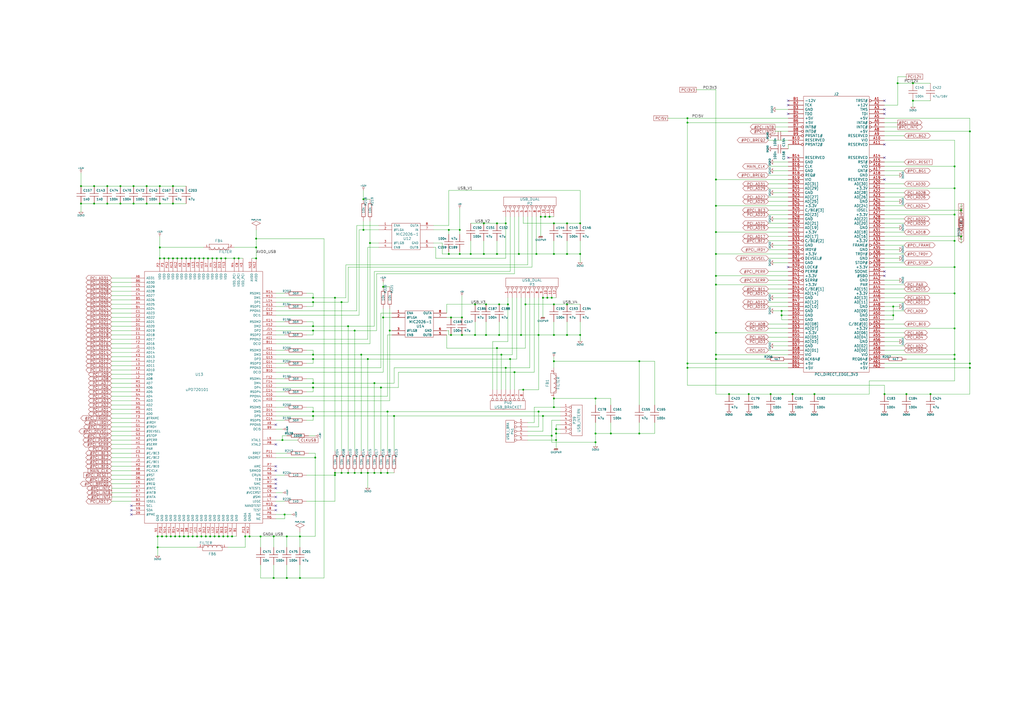
<source format=kicad_sch>
(kicad_sch (version 20230121) (generator eeschema)

  (uuid 1727562c-3126-4b7c-9d7d-0d279e1610b6)

  (paper "A2")

  (title_block
    (title "FireBee1 Projekt")
    (date "3 mar 2010")
    (rev "1.00")
    (company "MCS Aschwanden")
  )

  

  (junction (at 290.83 205.74) (diameter 0) (color 0 0 0 0)
    (uuid 022690db-781c-4d11-ab59-50629c1f59c2)
  )
  (junction (at 288.29 129.54) (diameter 0) (color 0 0 0 0)
    (uuid 02e9bdcb-1f7f-425a-818a-bb804e52cfba)
  )
  (junction (at 228.6 241.3) (diameter 0) (color 0 0 0 0)
    (uuid 030a0d44-f659-4560-a37a-e79a3c15fdb1)
  )
  (junction (at 275.59 194.31) (diameter 0) (color 0 0 0 0)
    (uuid 04d8a409-826b-4bac-86a7-4da2352ab080)
  )
  (junction (at 553.72 205.74) (diameter 0) (color 0 0 0 0)
    (uuid 04d9dd53-480f-464c-b851-332ed3431ac0)
  )
  (junction (at 280.67 129.54) (diameter 0) (color 0 0 0 0)
    (uuid 056a1181-fa35-41db-bcd4-2e27a0e70ba1)
  )
  (junction (at 328.93 176.53) (diameter 0) (color 0 0 0 0)
    (uuid 060412be-ff8a-4cf5-b6a4-6859cd7ff426)
  )
  (junction (at 459.74 228.6) (diameter 0) (color 0 0 0 0)
    (uuid 06e7d491-0b5e-4cf4-b7ac-f1acc7a24ee5)
  )
  (junction (at 104.14 311.15) (diameter 0) (color 0 0 0 0)
    (uuid 0c35cbbb-9529-4527-bb30-c318be639e5e)
  )
  (junction (at 320.04 252.73) (diameter 0) (color 0 0 0 0)
    (uuid 0dc206d9-842a-46cb-8618-4d406da6df73)
  )
  (junction (at 121.92 311.15) (diameter 0) (color 0 0 0 0)
    (uuid 0edfc562-254f-4e36-8ef1-146d9d0eb3cc)
  )
  (junction (at 91.44 311.15) (diameter 0) (color 0 0 0 0)
    (uuid 0eecbd00-48a6-4767-9e04-ea7f7b39437d)
  )
  (junction (at 111.76 311.15) (diameter 0) (color 0 0 0 0)
    (uuid 0f0f7e69-5db7-4940-9b4d-4ff97c30e6af)
  )
  (junction (at 124.46 311.15) (diameter 0) (color 0 0 0 0)
    (uuid 12e215e2-298a-4da5-a846-1fa1ed60a591)
  )
  (junction (at 320.04 172.72) (diameter 0) (color 0 0 0 0)
    (uuid 1886f3cb-0b94-4904-a6ea-c1e4617a6037)
  )
  (junction (at 328.93 147.32) (diameter 0) (color 0 0 0 0)
    (uuid 19817c86-884a-47e7-a689-3a6bca96fd86)
  )
  (junction (at 92.71 118.11) (diameter 0) (color 0 0 0 0)
    (uuid 19fb26df-0022-4669-b2ce-7e5a76655ff8)
  )
  (junction (at 181.61 172.72) (diameter 0) (color 0 0 0 0)
    (uuid 1bd325cb-b8b5-4c26-9a3a-2140bddf5c29)
  )
  (junction (at 217.17 274.32) (diameter 0) (color 0 0 0 0)
    (uuid 1ce0deb3-d0f9-4a4d-b186-9107b93611bf)
  )
  (junction (at 370.84 251.46) (diameter 0) (color 0 0 0 0)
    (uuid 1ce31a7e-8d50-42df-a554-428096d1e060)
  )
  (junction (at 266.7 147.32) (diameter 0) (color 0 0 0 0)
    (uuid 2038cf7e-5e21-4177-b512-86353866b9b8)
  )
  (junction (at 224.79 238.76) (diameter 0) (color 0 0 0 0)
    (uuid 21f11ce2-833a-4af7-8a22-a3c70764f190)
  )
  (junction (at 198.12 175.26) (diameter 0) (color 0 0 0 0)
    (uuid 22114a52-c459-492e-a001-4f6f1e75f30e)
  )
  (junction (at 562.61 213.36) (diameter 0) (color 0 0 0 0)
    (uuid 25473917-8712-4764-aec2-9d97bc05b6d8)
  )
  (junction (at 553.72 154.94) (diameter 0) (color 0 0 0 0)
    (uuid 25702215-2fc6-4da2-a222-01244aad13bd)
  )
  (junction (at 345.44 231.14) (diameter 0) (color 0 0 0 0)
    (uuid 25afcfae-8a6b-45b2-8edf-d97a1e64875c)
  )
  (junction (at 114.3 311.15) (diameter 0) (color 0 0 0 0)
    (uuid 2659128a-5176-499f-aa49-fb0127d4d1c0)
  )
  (junction (at 148.59 143.51) (diameter 0) (color 0 0 0 0)
    (uuid 28435465-bccb-4a14-82b1-33a34248bdd3)
  )
  (junction (at 370.84 209.55) (diameter 0) (color 0 0 0 0)
    (uuid 28d93f46-d121-4a68-8bbb-1b2858ae522c)
  )
  (junction (at 158.75 335.28) (diameter 0) (color 0 0 0 0)
    (uuid 29b5f61f-00d8-4802-bf8e-e6e9f63a11fa)
  )
  (junction (at 92.71 149.86) (diameter 0) (color 0 0 0 0)
    (uuid 2dbd4a1a-852b-474b-8d8b-5784536dbef8)
  )
  (junction (at 105.41 149.86) (diameter 0) (color 0 0 0 0)
    (uuid 2fca1371-8ff4-4666-bbfe-7bc7fc225467)
  )
  (junction (at 311.15 147.32) (diameter 0) (color 0 0 0 0)
    (uuid 2fe9ca98-f201-46d7-9111-9f06f9e7d80b)
  )
  (junction (at 100.33 118.11) (diameter 0) (color 0 0 0 0)
    (uuid 31b944f5-b94a-463e-b3ab-475e62088279)
  )
  (junction (at 62.23 118.11) (diameter 0) (color 0 0 0 0)
    (uuid 328d82b0-8b07-4ebf-9674-4eb11036d751)
  )
  (junction (at 194.31 274.32) (diameter 0) (color 0 0 0 0)
    (uuid 32e2cb86-54f7-4663-b17d-795c958b7cc8)
  )
  (junction (at 398.78 210.82) (diameter 0) (color 0 0 0 0)
    (uuid 3313a1ad-bfdf-48c4-be6b-d27b2b533079)
  )
  (junction (at 293.37 129.54) (diameter 0) (color 0 0 0 0)
    (uuid 3322f1bb-57d3-467b-b655-3ca5eacc9066)
  )
  (junction (at 298.45 215.9) (diameter 0) (color 0 0 0 0)
    (uuid 345b9983-870f-4043-af30-cfe7431a4507)
  )
  (junction (at 434.34 228.6) (diameter 0) (color 0 0 0 0)
    (uuid 347b8d8e-089d-48fe-9952-bfb0486ac38b)
  )
  (junction (at 513.08 228.6) (diameter 0) (color 0 0 0 0)
    (uuid 36d8f5ff-7fdb-441a-a7f9-9946e227a08b)
  )
  (junction (at 288.29 147.32) (diameter 0) (color 0 0 0 0)
    (uuid 37b3719d-e59f-4d36-ab0d-47708f90f991)
  )
  (junction (at 165.1 298.45) (diameter 0) (color 0 0 0 0)
    (uuid 37f281c7-3678-4158-b44c-edf2e2f3c2ee)
  )
  (junction (at 127 311.15) (diameter 0) (color 0 0 0 0)
    (uuid 3bd09bce-62cc-4827-9a3d-36df160ba5ad)
  )
  (junction (at 529.59 58.42) (diameter 0) (color 0 0 0 0)
    (uuid 3cdb7f7b-5cb8-41fa-ac4e-e636e2e38cae)
  )
  (junction (at 321.31 176.53) (diameter 0) (color 0 0 0 0)
    (uuid 3d7c9245-c236-4210-86e6-ff9eb74d0bcb)
  )
  (junction (at 322.58 255.27) (diameter 0) (color 0 0 0 0)
    (uuid 3f2ff215-ebf2-446f-94af-db886cda2e6c)
  )
  (junction (at 318.77 125.73) (diameter 0) (color 0 0 0 0)
    (uuid 3ff7b94d-282e-4a80-92b3-fae2f6654f02)
  )
  (junction (at 148.59 138.43) (diameter 0) (color 0 0 0 0)
    (uuid 419cba17-5d8c-4da7-89b5-d75e2d92bc3b)
  )
  (junction (at 314.96 172.72) (diameter 0) (color 0 0 0 0)
    (uuid 41c17a0f-fc0f-4fa0-bbac-969e9be8997f)
  )
  (junction (at 562.61 210.82) (diameter 0) (color 0 0 0 0)
    (uuid 43465c19-c9fc-4929-8938-708eef8cf596)
  )
  (junction (at 336.55 129.54) (diameter 0) (color 0 0 0 0)
    (uuid 434c3715-73da-43a0-9c39-1839280fe16f)
  )
  (junction (at 135.89 149.86) (diameter 0) (color 0 0 0 0)
    (uuid 47ed36c0-097c-4fe1-a050-06a5245f2022)
  )
  (junction (at 96.52 311.15) (diameter 0) (color 0 0 0 0)
    (uuid 496324d8-5756-467e-b27c-92387e6523c1)
  )
  (junction (at 328.93 129.54) (diameter 0) (color 0 0 0 0)
    (uuid 4c982d26-8531-4014-867f-77bbe5bfd93c)
  )
  (junction (at 415.29 160.02) (diameter 0) (color 0 0 0 0)
    (uuid 4cee805d-3804-4a86-8b81-4de1943009d9)
  )
  (junction (at 118.11 149.86) (diameter 0) (color 0 0 0 0)
    (uuid 4e86783c-b8d4-409c-849b-0f4103cd6583)
  )
  (junction (at 173.99 335.28) (diameter 0) (color 0 0 0 0)
    (uuid 4f0d1417-3038-4443-a7ea-87f995862a72)
  )
  (junction (at 553.72 96.52) (diameter 0) (color 0 0 0 0)
    (uuid 5005273d-2491-4347-9159-5e654ac2124e)
  )
  (junction (at 294.64 176.53) (diameter 0) (color 0 0 0 0)
    (uuid 50ede0ca-e178-453a-9cf5-1bda94f76a49)
  )
  (junction (at 110.49 149.86) (diameter 0) (color 0 0 0 0)
    (uuid 53a87d09-80ed-4d3b-a0fd-ec49ec50edc9)
  )
  (junction (at 398.78 68.58) (diameter 0) (color 0 0 0 0)
    (uuid 5414a2c0-f4ab-4b8e-abf1-f92e620569fb)
  )
  (junction (at 415.29 104.14) (diameter 0) (color 0 0 0 0)
    (uuid 542ab527-8d86-4e22-8ef9-446f7290205c)
  )
  (junction (at 220.98 224.79) (diameter 0) (color 0 0 0 0)
    (uuid 548c8e7c-1c60-43e7-b018-6af9885a77db)
  )
  (junction (at 54.61 107.95) (diameter 0) (color 0 0 0 0)
    (uuid 5563ba07-a5c2-411c-925c-904e65b355b4)
  )
  (junction (at 119.38 311.15) (diameter 0) (color 0 0 0 0)
    (uuid 55af7c76-04d1-4b7b-b20e-a23013a014e9)
  )
  (junction (at 226.06 191.77) (diameter 0) (color 0 0 0 0)
    (uuid 5748fb99-f928-4f63-9418-714da823bb62)
  )
  (junction (at 453.39 180.34) (diameter 0) (color 0 0 0 0)
    (uuid 576c1cb8-3c11-4809-9517-3ae51e5a741c)
  )
  (junction (at 295.91 208.28) (diameter 0) (color 0 0 0 0)
    (uuid 58c27ae8-60fb-4509-b119-2e9dedae1517)
  )
  (junction (at 62.23 107.95) (diameter 0) (color 0 0 0 0)
    (uuid 5b78dd56-592c-4497-921b-f2e042da613d)
  )
  (junction (at 557.53 121.92) (diameter 0) (color 0 0 0 0)
    (uuid 5d7542ec-ed68-451d-940b-baa202c206fe)
  )
  (junction (at 553.72 208.28) (diameter 0) (color 0 0 0 0)
    (uuid 5e38d0fa-e522-48a7-a21e-674900cfa379)
  )
  (junction (at 125.73 149.86) (diameter 0) (color 0 0 0 0)
    (uuid 6053c5d9-37c5-4e8d-869a-847835fb6311)
  )
  (junction (at 222.25 166.37) (diameter 0) (color 0 0 0 0)
    (uuid 62f9177c-643e-4f05-8e5b-8afcc5b28396)
  )
  (junction (at 123.19 149.86) (diameter 0) (color 0 0 0 0)
    (uuid 631c49a7-dfe6-4615-8972-238dcd336fae)
  )
  (junction (at 336.55 194.31) (diameter 0) (color 0 0 0 0)
    (uuid 640dfaef-d0de-49ee-8858-767285591d25)
  )
  (junction (at 163.83 255.27) (diameter 0) (color 0 0 0 0)
    (uuid 648446e0-15a2-4c09-8791-a7bc6d3340ad)
  )
  (junction (at 181.61 175.26) (diameter 0) (color 0 0 0 0)
    (uuid 657d850e-c606-41a8-882a-e9571cee3366)
  )
  (junction (at 166.37 311.15) (diameter 0) (color 0 0 0 0)
    (uuid 65b73038-2b5a-408e-a6fc-e79cf805896d)
  )
  (junction (at 69.85 118.11) (diameter 0) (color 0 0 0 0)
    (uuid 664d7bd5-5a2b-40b9-8031-7f3c14a03276)
  )
  (junction (at 321.31 209.55) (diameter 0) (color 0 0 0 0)
    (uuid 67fc68d0-019d-43a0-81f9-790e1d6d2984)
  )
  (junction (at 102.87 149.86) (diameter 0) (color 0 0 0 0)
    (uuid 68566b0d-6429-486d-8c80-d54bb6bd27d3)
  )
  (junction (at 321.31 129.54) (diameter 0) (color 0 0 0 0)
    (uuid 6872f936-d883-456d-8b64-79944314666a)
  )
  (junction (at 321.31 147.32) (diameter 0) (color 0 0 0 0)
    (uuid 6c6cd0d7-98ac-4df7-af3a-5ebe7879d9d0)
  )
  (junction (at 220.98 274.32) (diameter 0) (color 0 0 0 0)
    (uuid 6d16213f-58d0-45a7-8687-8cfe2a836782)
  )
  (junction (at 214.63 140.97) (diameter 0) (color 0 0 0 0)
    (uuid 6d64abfc-5114-432e-8935-8a1430050ee7)
  )
  (junction (at 181.61 208.28) (diameter 0) (color 0 0 0 0)
    (uuid 6f53cc64-8abc-4973-9a5c-16a568f19b72)
  )
  (junction (at 173.99 311.15) (diameter 0) (color 0 0 0 0)
    (uuid 73ed92cf-d0a7-4393-95f8-d196b92af6b7)
  )
  (junction (at 321.31 231.14) (diameter 0) (color 0 0 0 0)
    (uuid 741b2b12-1949-4ac8-9117-a9e603b3de40)
  )
  (junction (at 281.94 176.53) (diameter 0) (color 0 0 0 0)
    (uuid 74d0e4a3-b431-4986-b2a0-38d9f1eaf98f)
  )
  (junction (at 553.72 170.18) (diameter 0) (color 0 0 0 0)
    (uuid 75feb441-1b78-4a82-a71c-7eccb814c27f)
  )
  (junction (at 222.25 184.15) (diameter 0) (color 0 0 0 0)
    (uuid 761ffe57-37f0-49f8-8dbd-0d8aba81e2d3)
  )
  (junction (at 415.29 134.62) (diameter 0) (color 0 0 0 0)
    (uuid 767094dd-4731-4099-9386-53adb829536b)
  )
  (junction (at 415.29 208.28) (diameter 0) (color 0 0 0 0)
    (uuid 78e51cdc-6b77-4ce1-a226-ebaf42952924)
  )
  (junction (at 99.06 311.15) (diameter 0) (color 0 0 0 0)
    (uuid 79c17ec2-5f71-4017-b73c-78204b5e56ab)
  )
  (junction (at 181.61 241.3) (diameter 0) (color 0 0 0 0)
    (uuid 7a8dd1b8-dd28-46cc-8991-d0c5a4ac54ec)
  )
  (junction (at 518.16 182.88) (diameter 0) (color 0 0 0 0)
    (uuid 7cc9a010-570d-4b4b-b870-f718acafa188)
  )
  (junction (at 553.72 139.7) (diameter 0) (color 0 0 0 0)
    (uuid 874c6fce-7db2-4495-8b08-851d04008de8)
  )
  (junction (at 314.96 241.3) (diameter 0) (color 0 0 0 0)
    (uuid 876a61e6-6bcd-4f83-8f06-2ca4c1b63712)
  )
  (junction (at 267.97 184.15) (diameter 0) (color 0 0 0 0)
    (uuid 8803c56d-9728-48b1-b49b-0a3591d1ae94)
  )
  (junction (at 69.85 107.95) (diameter 0) (color 0 0 0 0)
    (uuid 8836218e-8cd5-45f1-9eee-991edd39fc3a)
  )
  (junction (at 115.57 149.86) (diameter 0) (color 0 0 0 0)
    (uuid 883f5342-424b-4e31-a9a9-a3b18bc51ad5)
  )
  (junction (at 213.36 208.28) (diameter 0) (color 0 0 0 0)
    (uuid 8bc23d34-1b85-41dc-a9be-32e450272ef7)
  )
  (junction (at 553.72 109.22) (diameter 0) (color 0 0 0 0)
    (uuid 8e0a44b9-1434-44e6-8863-0272d5f04829)
  )
  (junction (at 181.61 224.79) (diameter 0) (color 0 0 0 0)
    (uuid 8e0c9286-457d-4e01-a573-6a693cc6d7cd)
  )
  (junction (at 422.91 228.6) (diameter 0) (color 0 0 0 0)
    (uuid 8e7473a8-1b11-4c80-9724-c2112caa1f9e)
  )
  (junction (at 267.97 194.31) (diameter 0) (color 0 0 0 0)
    (uuid 8ea3280b-e775-4f1d-9ea8-34dad6e703aa)
  )
  (junction (at 100.33 107.95) (diameter 0) (color 0 0 0 0)
    (uuid 90be3a6d-7143-4d0e-a483-015bae95dce5)
  )
  (junction (at 304.8 176.53) (diameter 0) (color 0 0 0 0)
    (uuid 912e789a-1387-4ea7-a044-a016824a8a77)
  )
  (junction (at 97.79 149.86) (diameter 0) (color 0 0 0 0)
    (uuid 927b56ec-837b-46e7-9762-b0daf96bceab)
  )
  (junction (at 181.61 189.23) (diameter 0) (color 0 0 0 0)
    (uuid 94ff6a20-19c9-4ea8-8e40-f81c9d2eac72)
  )
  (junction (at 415.29 193.04) (diameter 0) (color 0 0 0 0)
    (uuid 9555bcc3-29d8-40ec-9f95-38bb0d44c958)
  )
  (junction (at 529.59 48.26) (diameter 0) (color 0 0 0 0)
    (uuid 95668ce3-31bb-4aa6-b8ee-1685410d21f5)
  )
  (junction (at 336.55 147.32) (diameter 0) (color 0 0 0 0)
    (uuid 959a777e-c12a-4bff-96f6-c4b389cfde11)
  )
  (junction (at 210.82 115.57) (diameter 0) (color 0 0 0 0)
    (uuid 9624e507-4aaa-4efb-825f-b0998ab15c84)
  )
  (junction (at 217.17 222.25) (diameter 0) (color 0 0 0 0)
    (uuid 966a0cd2-5338-44de-acbd-b41f9ac1f7f5)
  )
  (junction (at 205.74 274.32) (diameter 0) (color 0 0 0 0)
    (uuid 97f7f67a-cf5d-4afa-9145-c343fca8692d)
  )
  (junction (at 194.31 275.59) (diameter 0) (color 0 0 0 0)
    (uuid 9be47b2f-dd82-46c7-af9b-ff69a3fcc437)
  )
  (junction (at 91.44 317.5) (diameter 0) (color 0 0 0 0)
    (uuid 9c1b3ac7-796e-4210-8fc0-b823ebd6ef4b)
  )
  (junction (at 181.61 238.76) (diameter 0) (color 0 0 0 0)
    (uuid 9c359922-4e5f-4c2f-94ca-a03278e32f29)
  )
  (junction (at 181.61 191.77) (diameter 0) (color 0 0 0 0)
    (uuid 9dd23dd5-7434-47c4-8a1e-3c3de4f7a683)
  )
  (junction (at 116.84 311.15) (diameter 0) (color 0 0 0 0)
    (uuid 9de054ec-3afc-4ef8-b6d2-36cad4ced01d)
  )
  (junction (at 447.04 228.6) (diameter 0) (color 0 0 0 0)
    (uuid 9f2e2c88-5e1e-4072-ab88-988ad5acf64f)
  )
  (junction (at 210.82 133.35) (diameter 0) (color 0 0 0 0)
    (uuid a03e7884-3abc-4b73-9205-ce10c2706a68)
  )
  (junction (at 288.29 201.93) (diameter 0) (color 0 0 0 0)
    (uuid a20afb71-528e-4062-b06e-2ece3457b023)
  )
  (junction (at 205.74 191.77) (diameter 0) (color 0 0 0 0)
    (uuid a2678fb2-ace0-4b7d-b3bb-38fe152116b8)
  )
  (junction (at 321.31 194.31) (diameter 0) (color 0 0 0 0)
    (uuid a37828ab-0a9b-4542-bf7a-27b48efc3a0a)
  )
  (junction (at 182.88 265.43) (diameter 0) (color 0 0 0 0)
    (uuid a4d7fe27-4706-4332-ae6c-d162ad6a09b8)
  )
  (junction (at 201.93 189.23) (diameter 0) (color 0 0 0 0)
    (uuid a5bb7380-6e84-4cb0-a4d2-53c81188c957)
  )
  (junction (at 328.93 194.31) (diameter 0) (color 0 0 0 0)
    (uuid a5d5c125-2b9a-44dc-a7c9-5ee63d7c6b1e)
  )
  (junction (at 415.29 165.1) (diameter 0) (color 0 0 0 0)
    (uuid a5e89965-dae3-443a-885e-3b1d05c4e5da)
  )
  (junction (at 293.37 213.36) (diameter 0) (color 0 0 0 0)
    (uuid a6c6ec69-692d-4b84-9fc0-902aea570f77)
  )
  (junction (at 46.99 107.95) (diameter 0) (color 0 0 0 0)
    (uuid a9d607f1-8a6a-4cd3-875d-f44a9beea0be)
  )
  (junction (at 321.31 236.22) (diameter 0) (color 0 0 0 0)
    (uuid aa4f7633-cc32-4493-81d1-94ed21376178)
  )
  (junction (at 260.35 147.32) (diameter 0) (color 0 0 0 0)
    (uuid ab61ce23-8cce-47da-9763-4775764c8878)
  )
  (junction (at 303.53 226.06) (diameter 0) (color 0 0 0 0)
    (uuid add2110a-d74c-4843-afce-d70f171b9e38)
  )
  (junction (at 201.93 274.32) (diameter 0) (color 0 0 0 0)
    (uuid ae4805eb-04fa-4733-8af2-37957692b232)
  )
  (junction (at 266.7 133.35) (diameter 0) (color 0 0 0 0)
    (uuid ae74ddd5-7ce4-4742-855a-ea6a25ec545c)
  )
  (junction (at 209.55 205.74) (diameter 0) (color 0 0 0 0)
    (uuid b0284f55-4b26-49dc-b482-e1f896d1aecd)
  )
  (junction (at 553.72 190.5) (diameter 0) (color 0 0 0 0)
    (uuid b0a3ed37-a915-4052-a553-e8a867c6a9e3)
  )
  (junction (at 472.44 228.6) (diameter 0) (color 0 0 0 0)
    (uuid b40507df-c6ff-4909-ab60-1ed28a5a88bf)
  )
  (junction (at 415.29 119.38) (diameter 0) (color 0 0 0 0)
    (uuid b4b90f3f-d4d2-4bab-8814-ecdd624ae74c)
  )
  (junction (at 138.43 149.86) (diameter 0) (color 0 0 0 0)
    (uuid b4bcfb41-2403-43ad-81a2-7fda81898a19)
  )
  (junction (at 557.53 137.16) (diameter 0) (color 0 0 0 0)
    (uuid b5578483-d4d3-475f-8358-e6139eeaffec)
  )
  (junction (at 322.58 248.92) (diameter 0) (color 0 0 0 0)
    (uuid b6281337-bc4c-4507-9809-650b53db9f5b)
  )
  (junction (at 130.81 149.86) (diameter 0) (color 0 0 0 0)
    (uuid b6ebae7f-d435-48d5-b812-b024d441d8ac)
  )
  (junction (at 142.24 311.15) (diameter 0) (color 0 0 0 0)
    (uuid b76fbdeb-3f3e-4556-83c8-bbb467a230ec)
  )
  (junction (at 54.61 118.11) (diameter 0) (color 0 0 0 0)
    (uuid b9db6cfd-9df7-4033-a064-d16772c2722e)
  )
  (junction (at 280.67 147.32) (diameter 0) (color 0 0 0 0)
    (uuid ba4b8fcd-6fee-4375-96f3-f001253b484f)
  )
  (junction (at 415.29 147.32) (diameter 0) (color 0 0 0 0)
    (uuid bc266c1f-afed-403f-a99c-582983c0a7c1)
  )
  (junction (at 313.69 125.73) (diameter 0) (color 0 0 0 0)
    (uuid bcd2e2b5-94ac-46be-8f58-aa2aff3d810e)
  )
  (junction (at 289.56 176.53) (diameter 0) (color 0 0 0 0)
    (uuid bd28efe7-c8aa-4871-9f30-8760714f6acb)
  )
  (junction (at 312.42 194.31) (diameter 0) (color 0 0 0 0)
    (uuid bde099ff-fc24-44d8-9b04-999e7fa94abe)
  )
  (junction (at 260.35 133.35) (diameter 0) (color 0 0 0 0)
    (uuid be65cbcc-3c38-44ad-8892-8ac6d148eb0d)
  )
  (junction (at 345.44 251.46) (diameter 0) (color 0 0 0 0)
    (uuid bed61290-b2c9-4f02-ac99-366e9323beb6)
  )
  (junction (at 281.94 194.31) (diameter 0) (color 0 0 0 0)
    (uuid bfb39f14-581c-4aa0-813b-a0a875d9af23)
  )
  (junction (at 92.71 143.51) (diameter 0) (color 0 0 0 0)
    (uuid c0795c60-6f99-443b-a17e-ad34843e22cc)
  )
  (junction (at 312.42 238.76) (diameter 0) (color 0 0 0 0)
    (uuid c10568d4-6aef-4428-b1e5-a45808d1df08)
  )
  (junction (at 198.12 274.32) (diameter 0) (color 0 0 0 0)
    (uuid c1188e76-ae21-47bb-a4e0-162f9f9ab9d5)
  )
  (junction (at 134.62 311.15) (diameter 0) (color 0 0 0 0)
    (uuid c30e1f0f-9eb4-4527-978c-fd4d02fa7f24)
  )
  (junction (at 109.22 311.15) (diameter 0) (color 0 0 0 0)
    (uuid c3407a28-42eb-4216-8bc8-be73e9010763)
  )
  (junction (at 151.13 311.15) (diameter 0) (color 0 0 0 0)
    (uuid c3907546-7211-4b26-abc0-46ee34ca406c)
  )
  (junction (at 85.09 118.11) (diameter 0) (color 0 0 0 0)
    (uuid c4b20e74-6d54-42ec-a536-c21d5ccf9053)
  )
  (junction (at 93.98 311.15) (diameter 0) (color 0 0 0 0)
    (uuid c5b402bb-5db6-4273-80d2-25c340086873)
  )
  (junction (at 273.05 147.32) (diameter 0) (color 0 0 0 0)
    (uuid c6d18120-4761-483b-a097-59b99c83a390)
  )
  (junction (at 129.54 311.15) (diameter 0) (color 0 0 0 0)
    (uuid c86f3baa-ef28-46d3-94d7-d82a6a9d165c)
  )
  (junction (at 158.75 311.15) (diameter 0) (color 0 0 0 0)
    (uuid c949457e-d0af-4e39-9828-80a6e789a2db)
  )
  (junction (at 520.7 48.26) (diameter 0) (color 0 0 0 0)
    (uuid c975713f-728e-46c8-8758-12fa74c55bc4)
  )
  (junction (at 213.36 274.32) (diameter 0) (color 0 0 0 0)
    (uuid c9e7b907-fc34-4cda-9763-2a9a5bd15dd2)
  )
  (junction (at 553.72 124.46) (diameter 0) (color 0 0 0 0)
    (uuid cdf6abe9-e4ec-4052-b9ed-895e5c1465e2)
  )
  (junction (at 322.58 251.46) (diameter 0) (color 0 0 0 0)
    (uuid ce6511aa-7727-438c-9178-fa52344c6723)
  )
  (junction (at 354.33 251.46) (diameter 0) (color 0 0 0 0)
    (uuid cf4ecec9-fa41-4227-a136-1172d7b79099)
  )
  (junction (at 398.78 71.12) (diameter 0) (color 0 0 0 0)
    (uuid d14f4b13-da96-43d4-bd10-23bf0efe2c21)
  )
  (junction (at 316.23 125.73) (diameter 0) (color 0 0 0 0)
    (uuid d169a800-f77b-443c-8905-39f0204a7907)
  )
  (junction (at 562.61 76.2) (diameter 0) (color 0 0 0 0)
    (uuid d228e587-6a6e-4eec-aec0-6e7e12f8c57b)
  )
  (junction (at 224.79 274.32) (diameter 0) (color 0 0 0 0)
    (uuid d2422312-9e9b-4d3d-b7c6-6238dd768645)
  )
  (junction (at 128.27 149.86) (diameter 0) (color 0 0 0 0)
    (uuid d2d1c145-f318-4bd9-be4e-bfbd956f367e)
  )
  (junction (at 144.78 311.15) (diameter 0) (color 0 0 0 0)
    (uuid d476bd25-7d5a-4ceb-846b-a66a08284274)
  )
  (junction (at 148.59 149.86) (diameter 0) (color 0 0 0 0)
    (uuid d4787353-f38e-4c5b-89e4-b4576a3a2ca0)
  )
  (junction (at 194.31 172.72) (diameter 0) (color 0 0 0 0)
    (uuid d50f95cb-5c38-427f-acb0-23096a414c11)
  )
  (junction (at 181.61 222.25) (diameter 0) (color 0 0 0 0)
    (uuid d5a408c7-dc40-4ab3-a495-b24d2dd657e4)
  )
  (junction (at 261.62 184.15) (diameter 0) (color 0 0 0 0)
    (uuid d74c04cf-7262-4f58-af35-33213b6ae20d)
  )
  (junction (at 209.55 274.32) (diameter 0) (color 0 0 0 0)
    (uuid d750289a-868b-401a-9238-e4a93545979b)
  )
  (junction (at 46.99 118.11) (diameter 0) (color 0 0 0 0)
    (uuid d7f9375d-e994-4ad0-adce-46671cd9e790)
  )
  (junction (at 100.33 149.86) (diameter 0) (color 0 0 0 0)
    (uuid d95ca51a-8e88-483a-bee6-d92c1d3f56bf)
  )
  (junction (at 518.16 177.8) (diameter 0) (color 0 0 0 0)
    (uuid da44c540-ec8a-4579-81b1-c9d2d0026af3)
  )
  (junction (at 302.26 194.31) (diameter 0) (color 0 0 0 0)
    (uuid dc4521ac-c477-41fc-95d4-63ea17cd8752)
  )
  (junction (at 181.61 205.74) (diameter 0) (color 0 0 0 0)
    (uuid e0d5c4d2-5a6d-4e74-bd7d-73cc4050b140)
  )
  (junction (at 120.65 149.86) (diameter 0) (color 0 0 0 0)
    (uuid e47f6a0c-a906-45be-a22a-466ed5f7ad0f)
  )
  (junction (at 166.37 335.28) (diameter 0) (color 0 0 0 0)
    (uuid e4ef100b-8336-44a4-bbd8-f70d0d29c9f8)
  )
  (junction (at 289.56 194.31) (diameter 0) (color 0 0 0 0)
    (uuid e7ef97cd-f491-4d5c-98a5-7d2946eaaf87)
  )
  (junction (at 92.71 107.95) (diameter 0) (color 0 0 0 0)
    (uuid ea5e801f-095e-4993-b9bc-319dd34f8a47)
  )
  (junction (at 95.25 149.86) (diameter 0) (color 0 0 0 0)
    (uuid eaa3c7b2-593f-452f-90a6-9fa21a1e520c)
  )
  (junction (at 415.29 205.74) (diameter 0) (color 0 0 0 0)
    (uuid eb3e2ef8-4dd6-443e-838a-7888bd34a665)
  )
  (junction (at 261.62 194.31) (diameter 0) (color 0 0 0 0)
    (uuid ec7ced6e-3106-4926-84ac-159864a5d319)
  )
  (junction (at 132.08 311.15) (diameter 0) (color 0 0 0 0)
    (uuid ed1a6f65-9f43-483a-9b0d-da72739f9ea5)
  )
  (junction (at 525.78 228.6) (diameter 0) (color 0 0 0 0)
    (uuid ee0f349f-16cd-4017-b03e-cc8af1edf448)
  )
  (junction (at 85.09 107.95) (diameter 0) (color 0 0 0 0)
    (uuid eeb12877-343f-4c36-9916-bace023ae6f9)
  )
  (junction (at 345.44 256.54) (diameter 0) (color 0 0 0 0)
    (uuid f01197d5-8aab-48e3-b57e-f377944135bc)
  )
  (junction (at 539.75 228.6) (diameter 0) (color 0 0 0 0)
    (uuid f0c46090-25bb-4b89-8c8a-aed1e3cf4ee2)
  )
  (junction (at 113.03 149.86) (diameter 0) (color 0 0 0 0)
    (uuid f1d4a3ee-9487-4a34-a3bd-e71014c281af)
  )
  (junction (at 77.47 118.11) (diameter 0) (color 0 0 0 0)
    (uuid f2f36ed7-3ace-4570-b992-f5eb3c97466f)
  )
  (junction (at 106.68 311.15) (diameter 0) (color 0 0 0 0)
    (uuid f35c4bf7-f353-45f8-96c4-dd0b52a9c3e0)
  )
  (junction (at 107.95 149.86) (diameter 0) (color 0 0 0 0)
    (uuid f4ecf7bd-c81c-453e-a848-5fb7bff529cc)
  )
  (junction (at 317.5 172.72) (diameter 0) (color 0 0 0 0)
    (uuid f6d770f9-b00d-447e-97ff-50fc16a30758)
  )
  (junction (at 300.99 147.32) (diameter 0) (color 0 0 0 0)
    (uuid f6dc3290-a7b8-4753-a87e-7eac21b0218f)
  )
  (junction (at 101.6 311.15) (diameter 0) (color 0 0 0 0)
    (uuid f7075b5a-6f21-481f-8603-898c0c86af84)
  )
  (junction (at 275.59 176.53) (diameter 0) (color 0 0 0 0)
    (uuid f85538a3-9834-4424-a4b7-53a46a9c3743)
  )
  (junction (at 77.47 107.95) (diameter 0) (color 0 0 0 0)
    (uuid f93910bc-2fc7-423f-ab80-5dc5175acb00)
  )
  (junction (at 398.78 213.36) (diameter 0) (color 0 0 0 0)
    (uuid fd809141-0024-4457-8e5b-8ca3972117c5)
  )
  (junction (at 453.39 182.88) (diameter 0) (color 0 0 0 0)
    (uuid ffc2009c-209d-4c3f-9947-65d660dcbd93)
  )

  (no_connect (at 160.02 246.38) (uuid 20af4fa5-f854-4e37-998c-b37c92ca3512))
  (no_connect (at 160.02 270.51) (uuid 36bea095-8820-4034-ae72-67c5dc808705))
  (no_connect (at 160.02 257.81) (uuid 3ba4abd9-755a-42c8-9e54-8ac94fed50c5))
  (no_connect (at 160.02 273.05) (uuid 4074a9fc-4100-43f7-acc7-ff7a4228b7e4))
  (no_connect (at 76.2 293.37) (uuid 41e302f8-b992-40bc-b43f-b534b58e5462))
  (no_connect (at 513.08 63.5) (uuid 4c56b044-15d1-4963-bf6d-df9dae0dfc3a))
  (no_connect (at 457.2 66.04) (uuid 54913891-2564-4b96-ba5b-457cd41b4190))
  (no_connect (at 160.02 293.37) (uuid 580fe7cc-1fc3-4964-a568-46f3f4a486c4))
  (no_connect (at 513.08 104.14) (uuid 5b81fb17-6489-42a3-9d2c-86ba53ce94ad))
  (no_connect (at 457.2 91.44) (uuid 68adf120-c815-4667-b092-6912ce5488d3))
  (no_connect (at 513.08 91.44) (uuid 6f7345f6-6f31-4675-b228-2b0328a1fe2f))
  (no_connect (at 160.02 280.67) (uuid 9a6d4a0b-5fe2-4020-82dc-3779a4ab522f))
  (no_connect (at 76.2 295.91) (uuid 9bfa3288-16a1-42d2-a5e4-d107bf7b5108))
  (no_connect (at 513.08 83.82) (uuid a89a6685-5286-4c1a-950b-ee2b81f95ecc))
  (no_connect (at 76.2 298.45) (uuid aa7b263c-2d01-4dcc-9b87-4e58d21372ff))
  (no_connect (at 160.02 283.21) (uuid b693ce40-40a1-4d8a-9844-37109a112ca3))
  (no_connect (at 457.2 60.96) (uuid c34d21e7-6afb-4143-ab7d-e100b3fbccf5))
  (no_connect (at 160.02 278.13) (uuid c674ffbc-5a33-4387-8c97-1a48fb872382))
  (no_connect (at 513.08 160.02) (uuid c716526b-bb40-49f8-8144-0b7e1128be83))
  (no_connect (at 457.2 58.42) (uuid ccaea6c8-c7ef-4204-b372-5f754726380d))
  (no_connect (at 513.08 157.48) (uuid cf2db022-3139-467c-8c6a-2adbf283b2be))
  (no_connect (at 160.02 288.29) (uuid de427fcf-b8fb-4248-9422-2f1cc1137ec7))
  (no_connect (at 457.2 154.94) (uuid e7a14219-bd11-4c37-a0d1-5353bfedb6b3))
  (no_connect (at 513.08 66.04) (uuid f3b3d4e3-bd01-4211-880b-8fd60749d590))
  (no_connect (at 160.02 295.91) (uuid f7ee47ec-7692-4585-98ef-681587f6fe3f))
  (no_connect (at 513.08 58.42) (uuid fccee939-ee4c-4ee4-850d-48bac2ee3615))

  (wire (pts (xy 521.97 101.6) (xy 513.08 101.6))
    (stroke (width 0) (type default))
    (uuid 0015e7c9-dba8-4d9c-8508-78ab3b82b3db)
  )
  (wire (pts (xy 306.07 245.11) (xy 309.88 245.11))
    (stroke (width 0) (type default))
    (uuid 001b2a18-85fc-4975-a005-1b82ded9ab07)
  )
  (wire (pts (xy 318.77 125.73) (xy 321.31 125.73))
    (stroke (width 0) (type default))
    (uuid 002c8a67-19b8-414c-9fca-02d321e78034)
  )
  (wire (pts (xy 457.2 137.16) (xy 445.77 137.16))
    (stroke (width 0) (type default))
    (uuid 01413991-12e4-4155-9f4a-1eac2e32bd72)
  )
  (wire (pts (xy 123.19 149.86) (xy 120.65 149.86))
    (stroke (width 0) (type default))
    (uuid 01b37418-fd29-4d9c-a98a-bdc0f6ab9bae)
  )
  (wire (pts (xy 309.88 236.22) (xy 321.31 236.22))
    (stroke (width 0) (type default))
    (uuid 02c9cdce-0c29-43f9-aefe-495edcbe5e05)
  )
  (wire (pts (xy 106.68 311.15) (xy 104.14 311.15))
    (stroke (width 0) (type default))
    (uuid 02f0d27c-145a-4a1a-aa09-cf4fca024b68)
  )
  (wire (pts (xy 322.58 246.38) (xy 325.12 246.38))
    (stroke (width 0) (type default))
    (uuid 02f51cfe-915a-426d-a5a4-a252d17915e3)
  )
  (wire (pts (xy 553.72 139.7) (xy 553.72 124.46))
    (stroke (width 0) (type default))
    (uuid 037f2590-6e4b-450d-b50f-7151185a9a96)
  )
  (wire (pts (xy 214.63 140.97) (xy 214.63 128.27))
    (stroke (width 0) (type default))
    (uuid 04326c7f-9c25-41c9-ae13-e0a782f00026)
  )
  (wire (pts (xy 160.02 265.43) (xy 182.88 265.43))
    (stroke (width 0) (type default))
    (uuid 04a671b7-4bf1-4716-b50d-1941316df66a)
  )
  (wire (pts (xy 321.31 194.31) (xy 321.31 186.69))
    (stroke (width 0) (type default))
    (uuid 04caa499-5698-4c44-aed5-fe6dc29d6396)
  )
  (wire (pts (xy 116.84 311.15) (xy 114.3 311.15))
    (stroke (width 0) (type default))
    (uuid 0516aa8e-04fc-42f4-a0c3-28dbedaba1d1)
  )
  (wire (pts (xy 177.8 275.59) (xy 194.31 275.59))
    (stroke (width 0) (type default))
    (uuid 0570b024-cf4f-4f8b-8f8b-2b799c365fe5)
  )
  (wire (pts (xy 209.55 205.74) (xy 181.61 205.74))
    (stroke (width 0) (type default))
    (uuid 058e13be-de3d-4177-9f0c-a98e68d9bfc9)
  )
  (wire (pts (xy 298.45 215.9) (xy 309.88 215.9))
    (stroke (width 0) (type default))
    (uuid 077f9051-4365-4a55-9dc1-f62012edcd18)
  )
  (wire (pts (xy 321.31 236.22) (xy 321.31 231.14))
    (stroke (width 0) (type default))
    (uuid 08068d16-de65-4426-a752-93b8777faced)
  )
  (wire (pts (xy 553.72 154.94) (xy 553.72 139.7))
    (stroke (width 0) (type default))
    (uuid 09430ed1-b728-4061-9d3b-5e4feb53d9f1)
  )
  (wire (pts (xy 101.6 311.15) (xy 99.06 311.15))
    (stroke (width 0) (type default))
    (uuid 096f3b3f-e172-422d-beb2-245d5e669911)
  )
  (wire (pts (xy 260.35 135.89) (xy 260.35 133.35))
    (stroke (width 0) (type default))
    (uuid 09be21b8-1f4c-4d64-82d6-3e9a9164897b)
  )
  (wire (pts (xy 76.2 201.93) (xy 64.77 201.93))
    (stroke (width 0) (type default))
    (uuid 09cdfaa3-bab2-4035-9435-c75c2775ceb0)
  )
  (wire (pts (xy 513.08 228.6) (xy 525.78 228.6))
    (stroke (width 0) (type default))
    (uuid 09fed4e8-346b-402d-830d-953298e66bb4)
  )
  (wire (pts (xy 76.2 273.05) (xy 64.77 273.05))
    (stroke (width 0) (type default))
    (uuid 0b4f8138-6c19-4810-9d0d-6e7c1f9d563d)
  )
  (wire (pts (xy 129.54 311.15) (xy 127 311.15))
    (stroke (width 0) (type default))
    (uuid 0bdd49b4-8d1b-4aed-b163-b3c5c02c63d1)
  )
  (wire (pts (xy 228.6 241.3) (xy 181.61 241.3))
    (stroke (width 0) (type default))
    (uuid 0c0ef03f-d77a-49a5-b849-f2f6777bb8ec)
  )
  (wire (pts (xy 415.29 147.32) (xy 415.29 134.62))
    (stroke (width 0) (type default))
    (uuid 0c3a3875-247d-497d-9f35-d47888d93a0e)
  )
  (wire (pts (xy 228.6 241.3) (xy 228.6 261.62))
    (stroke (width 0) (type default))
    (uuid 0c4554cb-0935-406d-8e97-af7369cffda1)
  )
  (wire (pts (xy 111.76 311.15) (xy 109.22 311.15))
    (stroke (width 0) (type default))
    (uuid 0cb71c23-3c2e-40a0-8614-88a4993b7779)
  )
  (wire (pts (xy 177.8 236.22) (xy 181.61 236.22))
    (stroke (width 0) (type default))
    (uuid 0cd047af-205b-4076-b2a8-df0d3279fe52)
  )
  (wire (pts (xy 115.57 149.86) (xy 113.03 149.86))
    (stroke (width 0) (type default))
    (uuid 0ceebf90-7ad0-471c-bbb2-709484d64315)
  )
  (wire (pts (xy 321.31 147.32) (xy 328.93 147.32))
    (stroke (width 0) (type default))
    (uuid 0d4bf60c-7883-42da-b88a-b3cb84eefb01)
  )
  (wire (pts (xy 453.39 180.34) (xy 453.39 182.88))
    (stroke (width 0) (type default))
    (uuid 0dafad39-b037-4e1d-9d5d-bf2da22ea738)
  )
  (wire (pts (xy 553.72 124.46) (xy 513.08 124.46))
    (stroke (width 0) (type default))
    (uuid 0db6ee59-5b7d-4c1e-85e2-1f59bc8aa64a)
  )
  (wire (pts (xy 275.59 176.53) (xy 281.94 176.53))
    (stroke (width 0) (type default))
    (uuid 0de3d7f0-fc53-418d-9506-6c641afb010b)
  )
  (wire (pts (xy 76.2 278.13) (xy 64.77 278.13))
    (stroke (width 0) (type default))
    (uuid 0dea4873-f3ae-46a0-b123-46126fd67b91)
  )
  (wire (pts (xy 444.5 208.28) (xy 415.29 208.28))
    (stroke (width 0) (type default))
    (uuid 0e26ed47-89cd-4b49-b92e-6a55e2074983)
  )
  (wire (pts (xy 107.95 149.86) (xy 105.41 149.86))
    (stroke (width 0) (type default))
    (uuid 0e6b4a37-ce53-4ea1-b697-2ccac8f00a22)
  )
  (wire (pts (xy 226.06 166.37) (xy 222.25 166.37))
    (stroke (width 0) (type default))
    (uuid 0f763dc5-0ae7-44b3-b828-0723aafa3147)
  )
  (wire (pts (xy 553.72 208.28) (xy 525.78 208.28))
    (stroke (width 0) (type default))
    (uuid 0fc68ab6-76cc-4813-b3aa-8f54e618d7b3)
  )
  (wire (pts (xy 525.78 228.6) (xy 539.75 228.6))
    (stroke (width 0) (type default))
    (uuid 0fd6087e-f710-4129-9e36-90c977943cad)
  )
  (wire (pts (xy 562.61 210.82) (xy 562.61 76.2))
    (stroke (width 0) (type default))
    (uuid 104b3ae0-ee5f-4b3b-973c-4a5ebb331f6c)
  )
  (wire (pts (xy 177.8 227.33) (xy 181.61 227.33))
    (stroke (width 0) (type default))
    (uuid 110eb8db-5a6e-4435-baf4-81fbbc7f7082)
  )
  (wire (pts (xy 316.23 125.73) (xy 318.77 125.73))
    (stroke (width 0) (type default))
    (uuid 119ea017-d705-491d-bf67-321188baf4ec)
  )
  (wire (pts (xy 415.29 104.14) (xy 415.29 52.07))
    (stroke (width 0) (type default))
    (uuid 1233e736-3e46-424b-a196-a35f230e9cd5)
  )
  (wire (pts (xy 158.75 311.15) (xy 158.75 317.5))
    (stroke (width 0) (type default))
    (uuid 124355ab-0131-4f8d-9359-3e08fca27547)
  )
  (wire (pts (xy 114.3 311.15) (xy 111.76 311.15))
    (stroke (width 0) (type default))
    (uuid 12fe2055-273a-4722-a831-33b541bd9e75)
  )
  (wire (pts (xy 321.31 236.22) (xy 325.12 236.22))
    (stroke (width 0) (type default))
    (uuid 14542157-8d08-4f17-bec2-0af18026e38b)
  )
  (wire (pts (xy 217.17 261.62) (xy 217.17 222.25))
    (stroke (width 0) (type default))
    (uuid 146fd667-29ce-4692-9291-f06dcd8cec70)
  )
  (wire (pts (xy 415.29 205.74) (xy 457.2 205.74))
    (stroke (width 0) (type default))
    (uuid 1479900a-bd57-4220-8ebf-08c34a0fb3ed)
  )
  (wire (pts (xy 92.71 118.11) (xy 100.33 118.11))
    (stroke (width 0) (type default))
    (uuid 14c3ca66-ff95-4d72-94b0-79cfa810cd76)
  )
  (wire (pts (xy 160.02 262.89) (xy 166.37 262.89))
    (stroke (width 0) (type default))
    (uuid 15882cc6-c910-437b-b28d-1ca5f473cac4)
  )
  (wire (pts (xy 187.96 138.43) (xy 187.96 335.28))
    (stroke (width 0) (type default))
    (uuid 16170400-8cb4-476b-9b38-2b856a526d01)
  )
  (wire (pts (xy 231.14 215.9) (xy 298.45 215.9))
    (stroke (width 0) (type default))
    (uuid 1679efe8-b035-40c2-af12-03cbfad2bd85)
  )
  (wire (pts (xy 520.7 71.12) (xy 513.08 71.12))
    (stroke (width 0) (type default))
    (uuid 167dffb7-ba65-40a0-8182-44a44ed25ae5)
  )
  (wire (pts (xy 398.78 213.36) (xy 398.78 210.82))
    (stroke (width 0) (type default))
    (uuid 173fc56a-822b-4c1e-bc58-e2a16cbf4e8b)
  )
  (wire (pts (xy 306.07 153.67) (xy 306.07 125.73))
    (stroke (width 0) (type default))
    (uuid 1785341f-c0ee-441d-9d90-b1c379224768)
  )
  (wire (pts (xy 336.55 198.12) (xy 336.55 194.31))
    (stroke (width 0) (type default))
    (uuid 17a50541-deb2-41af-b5f7-9996ad5f145c)
  )
  (wire (pts (xy 370.84 234.95) (xy 370.84 209.55))
    (stroke (width 0) (type default))
    (uuid 17c1b0d5-1a1e-4665-8c63-6e73d786c28c)
  )
  (wire (pts (xy 260.35 191.77) (xy 260.35 194.31))
    (stroke (width 0) (type default))
    (uuid 182e142e-a107-4e35-a021-4887692637d6)
  )
  (wire (pts (xy 553.72 139.7) (xy 513.08 139.7))
    (stroke (width 0) (type default))
    (uuid 18947f37-4ca1-4d71-a847-ee673e8d8fa0)
  )
  (wire (pts (xy 207.01 130.81) (xy 207.01 180.34))
    (stroke (width 0) (type default))
    (uuid 18c35406-ad08-446e-a276-1e4fee9b31ce)
  )
  (wire (pts (xy 76.2 285.75) (xy 64.77 285.75))
    (stroke (width 0) (type default))
    (uuid 18f56454-1618-4b94-addd-598715d846e9)
  )
  (wire (pts (xy 314.96 250.19) (xy 314.96 241.3))
    (stroke (width 0) (type default))
    (uuid 19e02daf-8625-4fef-a191-b9c67a783e7c)
  )
  (wire (pts (xy 553.72 205.74) (xy 553.72 190.5))
    (stroke (width 0) (type default))
    (uuid 1a6132eb-73ed-4685-b994-cc9557ca4f1d)
  )
  (wire (pts (xy 219.71 133.35) (xy 210.82 133.35))
    (stroke (width 0) (type default))
    (uuid 1a7fc138-6eb2-4a90-9c6d-fc54142bdffc)
  )
  (wire (pts (xy 293.37 213.36) (xy 293.37 226.06))
    (stroke (width 0) (type default))
    (uuid 1b4e49f2-e9e3-4888-974b-a6bfb9251b2f)
  )
  (wire (pts (xy 260.35 146.05) (xy 260.35 147.32))
    (stroke (width 0) (type default))
    (uuid 1babd36a-b50b-4f36-a35b-8b804e9539ea)
  )
  (wire (pts (xy 557.53 123.19) (xy 557.53 121.92))
    (stroke (width 0) (type default))
    (uuid 1c3c358d-f176-41a4-a8db-68299ea2e422)
  )
  (wire (pts (xy 448.31 111.76) (xy 457.2 111.76))
    (stroke (width 0) (type default))
    (uuid 1cfd5a14-4f14-4fb5-8bbe-e03851ca1a6b)
  )
  (wire (pts (xy 138.43 149.86) (xy 135.89 149.86))
    (stroke (width 0) (type default))
    (uuid 1d01593f-ac4a-4392-9814-a73584588cce)
  )
  (wire (pts (xy 158.75 311.15) (xy 151.13 311.15))
    (stroke (width 0) (type default))
    (uuid 1d25f764-ee5e-466f-b000-75dda44a3463)
  )
  (wire (pts (xy 166.37 335.28) (xy 158.75 335.28))
    (stroke (width 0) (type default))
    (uuid 1d580d59-e0d1-494c-83ca-67b3f1222a54)
  )
  (wire (pts (xy 76.2 179.07) (xy 64.77 179.07))
    (stroke (width 0) (type default))
    (uuid 1ded3426-967a-46a4-95e1-c79e00d738bc)
  )
  (wire (pts (xy 222.25 166.37) (xy 222.25 163.83))
    (stroke (width 0) (type default))
    (uuid 1ebf6f2c-c882-4ec2-98bb-f5d7abe2e609)
  )
  (wire (pts (xy 194.31 172.72) (xy 194.31 261.62))
    (stroke (width 0) (type default))
    (uuid 1f1b7ffd-d127-4338-bbdc-8a5163e0fb9f)
  )
  (wire (pts (xy 201.93 175.26) (xy 201.93 154.94))
    (stroke (width 0) (type default))
    (uuid 1f4be1cd-728c-4fd3-b4cd-293ca9ebee6a)
  )
  (wire (pts (xy 76.2 290.83) (xy 64.77 290.83))
    (stroke (width 0) (type default))
    (uuid 202fdcbd-051d-4244-8593-41dafc8a77cd)
  )
  (wire (pts (xy 304.8 176.53) (xy 304.8 172.72))
    (stroke (width 0) (type default))
    (uuid 212d5410-3438-49ca-9aa2-17e0dad02e0a)
  )
  (wire (pts (xy 201.93 274.32) (xy 198.12 274.32))
    (stroke (width 0) (type default))
    (uuid 2152f6c8-9e3a-4883-ba19-d3c6958ea88b)
  )
  (wire (pts (xy 205.74 261.62) (xy 205.74 191.77))
    (stroke (width 0) (type default))
    (uuid 21b157bd-38ee-411f-bcfa-53a77d2e49c1)
  )
  (wire (pts (xy 293.37 213.36) (xy 307.34 213.36))
    (stroke (width 0) (type default))
    (uuid 21b3f497-5a75-4d50-8a5c-636ce8941e6c)
  )
  (wire (pts (xy 328.93 147.32) (xy 336.55 147.32))
    (stroke (width 0) (type default))
    (uuid 236ca0d9-132c-4621-8edf-3390f1df41fd)
  )
  (wire (pts (xy 306.07 252.73) (xy 320.04 252.73))
    (stroke (width 0) (type default))
    (uuid 23a97bc8-aa32-4e39-b367-f7da952ed2cf)
  )
  (wire (pts (xy 422.91 228.6) (xy 415.29 228.6))
    (stroke (width 0) (type default))
    (uuid 249395b5-dc13-4869-850c-18ee180a3cd3)
  )
  (wire (pts (xy 280.67 147.32) (xy 288.29 147.32))
    (stroke (width 0) (type default))
    (uuid 25358c4a-fba1-4f80-a646-68b256681314)
  )
  (wire (pts (xy 317.5 172.72) (xy 320.04 172.72))
    (stroke (width 0) (type default))
    (uuid 2568c248-4fdd-47a6-a77a-3724acec777c)
  )
  (wire (pts (xy 304.8 176.53) (xy 321.31 176.53))
    (stroke (width 0) (type default))
    (uuid 25c61b0b-f003-41f5-9248-0ded5c60af14)
  )
  (wire (pts (xy 312.42 238.76) (xy 224.79 238.76))
    (stroke (width 0) (type default))
    (uuid 2656b774-f1b6-4aee-a337-4a20d7db738c)
  )
  (wire (pts (xy 163.83 255.27) (xy 160.02 255.27))
    (stroke (width 0) (type default))
    (uuid 2701b2d0-8d6f-484a-824b-8007d68e765e)
  )
  (wire (pts (xy 220.98 224.79) (xy 231.14 224.79))
    (stroke (width 0) (type default))
    (uuid 2702880c-82b5-44d6-a730-ce86dec5ad89)
  )
  (wire (pts (xy 275.59 194.31) (xy 275.59 186.69))
    (stroke (width 0) (type default))
    (uuid 27f426c5-8875-4f35-9fa1-ff2d1c84e193)
  )
  (wire (pts (xy 328.93 176.53) (xy 336.55 176.53))
    (stroke (width 0) (type default))
    (uuid 282a5a9a-200d-4ffe-89de-124b21b4e40f)
  )
  (wire (pts (xy 173.99 311.15) (xy 166.37 311.15))
    (stroke (width 0) (type default))
    (uuid 2868dc3d-1bf7-4f83-9700-730ade03a9db)
  )
  (wire (pts (xy 228.6 213.36) (xy 293.37 213.36))
    (stroke (width 0) (type default))
    (uuid 289318de-2c98-44f6-9909-5475b98dd3bc)
  )
  (wire (pts (xy 76.2 189.23) (xy 64.77 189.23))
    (stroke (width 0) (type default))
    (uuid 293bb37c-f808-4e64-a288-ee1edbf9f6c9)
  )
  (wire (pts (xy 325.12 241.3) (xy 314.96 241.3))
    (stroke (width 0) (type default))
    (uuid 294bf192-1056-4fe2-aaef-a27347e94d9e)
  )
  (wire (pts (xy 76.2 240.03) (xy 64.77 240.03))
    (stroke (width 0) (type default))
    (uuid 29507a73-bab7-4fd7-9b96-1d7e8e3917c1)
  )
  (wire (pts (xy 227.33 184.15) (xy 222.25 184.15))
    (stroke (width 0) (type default))
    (uuid 29c0a68a-86b3-47ca-9a63-6bab9c498fd4)
  )
  (wire (pts (xy 217.17 222.25) (xy 228.6 222.25))
    (stroke (width 0) (type default))
    (uuid 29d73485-1dde-48f2-9bdf-84023c819853)
  )
  (wire (pts (xy 520.7 48.26) (xy 520.7 44.45))
    (stroke (width 0) (type default))
    (uuid 2a28b7ec-b726-4233-a20e-98b8034a7919)
  )
  (wire (pts (xy 297.18 205.74) (xy 290.83 205.74))
    (stroke (width 0) (type default))
    (uuid 2a8a1284-4dcc-4a50-b373-bfc764299f8a)
  )
  (wire (pts (xy 321.31 231.14) (xy 345.44 231.14))
    (stroke (width 0) (type default))
    (uuid 2b24f880-56e0-4351-aeb9-cb7c058c423a)
  )
  (wire (pts (xy 445.77 109.22) (xy 457.2 109.22))
    (stroke (width 0) (type default))
    (uuid 2b70d8da-3033-4cbc-84cf-8231c4789b73)
  )
  (wire (pts (xy 553.72 124.46) (xy 553.72 109.22))
    (stroke (width 0) (type default))
    (uuid 2b9a6a34-c46f-47be-8c35-3e2fdcaaecee)
  )
  (wire (pts (xy 314.96 184.15) (xy 314.96 172.72))
    (stroke (width 0) (type default))
    (uuid 2c17d179-268f-4114-8ba5-f9e28ebd805a)
  )
  (wire (pts (xy 295.91 226.06) (xy 295.91 208.28))
    (stroke (width 0) (type default))
    (uuid 2c3679be-98ec-44a6-b88f-ec4472915b06)
  )
  (wire (pts (xy 109.22 311.15) (xy 106.68 311.15))
    (stroke (width 0) (type default))
    (uuid 2c91e591-32cd-40ed-9ae1-6089742a0952)
  )
  (wire (pts (xy 524.51 134.62) (xy 513.08 134.62))
    (stroke (width 0) (type default))
    (uuid 2ce6afbc-3fdb-4a76-836e-ba436a269472)
  )
  (wire (pts (xy 222.25 179.07) (xy 222.25 184.15))
    (stroke (width 0) (type default))
    (uuid 2d11efd4-b82e-401f-9ceb-5bdab3e8dca3)
  )
  (wire (pts (xy 76.2 260.35) (xy 64.77 260.35))
    (stroke (width 0) (type default))
    (uuid 2d3ae333-02f4-4d8f-aebd-15df191e9c4a)
  )
  (wire (pts (xy 457.2 81.28) (xy 445.77 81.28))
    (stroke (width 0) (type default))
    (uuid 2d566df0-5704-492e-8208-c93f4afaf728)
  )
  (wire (pts (xy 553.72 208.28) (xy 553.72 205.74))
    (stroke (width 0) (type default))
    (uuid 2dbf3010-887e-425c-869d-43f7e4baa8e9)
  )
  (wire (pts (xy 69.85 118.11) (xy 77.47 118.11))
    (stroke (width 0) (type default))
    (uuid 2e178c51-a585-4d35-bd74-ab3c8dc49a34)
  )
  (wire (pts (xy 181.61 175.26) (xy 198.12 175.26))
    (stroke (width 0) (type default))
    (uuid 2e296d9e-ecf5-4108-a091-e32b9f7cee11)
  )
  (wire (pts (xy 312.42 194.31) (xy 312.42 172.72))
    (stroke (width 0) (type default))
    (uuid 2e7fa17a-2d15-4ddc-9c14-c1b18c3c013a)
  )
  (wire (pts (xy 96.52 311.15) (xy 93.98 311.15))
    (stroke (width 0) (type default))
    (uuid 2e86e493-2279-4e2f-a726-5b48ac3a99f2)
  )
  (wire (pts (xy 295.91 125.73) (xy 295.91 157.48))
    (stroke (width 0) (type default))
    (uuid 2eaba1b6-0f4a-4185-8734-9e2ace6bc6d0)
  )
  (wire (pts (xy 76.2 275.59) (xy 64.77 275.59))
    (stroke (width 0) (type default))
    (uuid 2eb178c9-b7f4-477f-9daa-9048d8010ea3)
  )
  (wire (pts (xy 354.33 231.14) (xy 354.33 234.95))
    (stroke (width 0) (type default))
    (uuid 2f5e725b-3b33-493d-9aeb-e9260f93f58f)
  )
  (wire (pts (xy 256.54 147.32) (xy 260.35 147.32))
    (stroke (width 0) (type default))
    (uuid 3116b2f3-9c4e-4421-b341-8e4675952b35)
  )
  (wire (pts (xy 160.02 285.75) (xy 163.83 285.75))
    (stroke (width 0) (type default))
    (uuid 31292207-2b4a-4d78-9b73-dac94470f7ec)
  )
  (wire (pts (xy 76.2 247.65) (xy 64.77 247.65))
    (stroke (width 0) (type default))
    (uuid 3133a349-28bd-42b7-ae9b-9083f655918d)
  )
  (wire (pts (xy 557.53 121.92) (xy 513.08 121.92))
    (stroke (width 0) (type default))
    (uuid 31f55eb0-14c1-4f74-a661-3a49035779af)
  )
  (wire (pts (xy 457.2 144.78) (xy 445.77 144.78))
    (stroke (width 0) (type default))
    (uuid 328e51c8-a80c-4317-8042-1f71c8e6b2fa)
  )
  (wire (pts (xy 76.2 242.57) (xy 64.77 242.57))
    (stroke (width 0) (type default))
    (uuid 328fc427-ce98-4167-b9ae-e7df8da8fed1)
  )
  (wire (pts (xy 85.09 107.95) (xy 77.47 107.95))
    (stroke (width 0) (type default))
    (uuid 32a53127-17a8-47a7-834f-f4407b1c3037)
  )
  (wire (pts (xy 562.61 68.58) (xy 513.08 68.58))
    (stroke (width 0) (type default))
    (uuid 332a679a-ecef-4e71-9491-38caf413c6b9)
  )
  (wire (pts (xy 252.73 149.86) (xy 293.37 149.86))
    (stroke (width 0) (type default))
    (uuid 33e8284d-1842-4b9c-8929-60071d97cae5)
  )
  (wire (pts (xy 312.42 226.06) (xy 312.42 194.31))
    (stroke (width 0) (type default))
    (uuid 3446f2c3-06e3-4809-85fa-535bcd3ea6b0)
  )
  (wire (pts (xy 76.2 214.63) (xy 64.77 214.63))
    (stroke (width 0) (type default))
    (uuid 3476b3ff-7cdf-4a37-a10d-32f6b1853f74)
  )
  (wire (pts (xy 445.77 96.52) (xy 457.2 96.52))
    (stroke (width 0) (type default))
    (uuid 34ca5004-f271-46d4-8b25-7bf5b0eeb95b)
  )
  (wire (pts (xy 448.31 172.72) (xy 457.2 172.72))
    (stroke (width 0) (type default))
    (uuid 34d558d6-817e-45c1-aab9-b7d9f8de1a9c)
  )
  (wire (pts (xy 76.2 232.41) (xy 64.77 232.41))
    (stroke (width 0) (type default))
    (uuid 35462ee7-b78b-4b15-bae6-c95af8512c8c)
  )
  (wire (pts (xy 205.74 274.32) (xy 201.93 274.32))
    (stroke (width 0) (type default))
    (uuid 35e07f16-f6af-4c6b-a381-54355f8fba2a)
  )
  (wire (pts (xy 513.08 111.76) (xy 524.51 111.76))
    (stroke (width 0) (type default))
    (uuid 3626f1c4-57b2-490a-83d8-2ffea4937263)
  )
  (wire (pts (xy 345.44 234.95) (xy 345.44 231.14))
    (stroke (width 0) (type default))
    (uuid 365d823f-152c-48bc-a0f5-af984f2c2340)
  )
  (wire (pts (xy 76.2 209.55) (xy 64.77 209.55))
    (stroke (width 0) (type default))
    (uuid 37520cdf-4914-4a7e-8ff8-72bd9327f26a)
  )
  (wire (pts (xy 158.75 335.28) (xy 151.13 335.28))
    (stroke (width 0) (type default))
    (uuid 37b0cf44-17f6-4909-8cdf-3f79b34d2ac6)
  )
  (wire (pts (xy 76.2 212.09) (xy 64.77 212.09))
    (stroke (width 0) (type default))
    (uuid 37b2a5d1-0ebd-4d3c-948a-3c5ab55fca6a)
  )
  (wire (pts (xy 529.59 58.42) (xy 539.75 58.42))
    (stroke (width 0) (type default))
    (uuid 37e75b3d-67c1-40b4-88e4-4cfab22d2e8f)
  )
  (wire (pts (xy 124.46 311.15) (xy 121.92 311.15))
    (stroke (width 0) (type default))
    (uuid 388c2048-ba9f-493f-bc04-001f5fa44e1c)
  )
  (wire (pts (xy 445.77 121.92) (xy 457.2 121.92))
    (stroke (width 0) (type default))
    (uuid 38ccea89-1b06-4a78-b1b9-27634cceeb55)
  )
  (wire (pts (xy 267.97 171.45) (xy 267.97 184.15))
    (stroke (width 0) (type default))
    (uuid 38fe83bf-92c9-43be-a644-a80e376968f0)
  )
  (wire (pts (xy 336.55 147.32) (xy 336.55 152.4))
    (stroke (width 0) (type default))
    (uuid 3905771b-3dbf-4810-8cf8-73b0dc019fa2)
  )
  (wire (pts (xy 166.37 252.73) (xy 163.83 252.73))
    (stroke (width 0) (type default))
    (uuid 3936e619-7714-4b06-b973-8213e87dbd62)
  )
  (wire (pts (xy 228.6 222.25) (xy 228.6 213.36))
    (stroke (width 0) (type default))
    (uuid 39ead2df-206a-41ac-a6ae-ea5b3f4f2f4e)
  )
  (wire (pts (xy 293.37 149.86) (xy 293.37 129.54))
    (stroke (width 0) (type default))
    (uuid 3a2e5e12-1087-4f41-90ea-e3d455ee93bb)
  )
  (wire (pts (xy 54.61 107.95) (xy 46.99 107.95))
    (stroke (width 0) (type default))
    (uuid 3b5d5f4a-e9fd-48ca-8fb7-822975c341ee)
  )
  (wire (pts (xy 321.31 213.36) (xy 321.31 209.55))
    (stroke (width 0) (type default))
    (uuid 3bf95047-bc1c-4c9c-a1d8-c1812fc022c9)
  )
  (wire (pts (xy 415.29 165.1) (xy 415.29 160.02))
    (stroke (width 0) (type default))
    (uuid 3c11f124-9014-4f81-9ae6-a8f6181ccebb)
  )
  (wire (pts (xy 260.35 133.35) (xy 266.7 133.35))
    (stroke (width 0) (type default))
    (uuid 3cd1840d-2d70-4f26-8c01-abdebe49f97d)
  )
  (wire (pts (xy 309.88 245.11) (xy 309.88 236.22))
    (stroke (width 0) (type default))
    (uuid 3da65917-8255-4a86-b6cb-e3071ada9d8f)
  )
  (wire (pts (xy 148.59 143.51) (xy 148.59 149.86))
    (stroke (width 0) (type default))
    (uuid 3db87514-8065-43f3-8208-125ab77b37a5)
  )
  (wire (pts (xy 210.82 115.57) (xy 214.63 115.57))
    (stroke (width 0) (type default))
    (uuid 3dcde2d3-0e24-4af9-aa7d-28b3dd122b9f)
  )
  (wire (pts (xy 224.79 238.76) (xy 181.61 238.76))
    (stroke (width 0) (type default))
    (uuid 3e01348f-fa44-46f1-b5da-9559880722e5)
  )
  (wire (pts (xy 46.99 123.19) (xy 46.99 118.11))
    (stroke (width 0) (type default))
    (uuid 3e08db42-3f63-4869-8552-f6a4764c46cd)
  )
  (wire (pts (xy 445.77 114.3) (xy 457.2 114.3))
    (stroke (width 0) (type default))
    (uuid 3ec94918-6d18-4881-874e-d097a65dd53f)
  )
  (wire (pts (xy 142.24 311.15) (xy 142.24 317.5))
    (stroke (width 0) (type default))
    (uuid 3f27b13d-b0b9-47ae-b78e-a5d2c573cb73)
  )
  (wire (pts (xy 457.2 132.08) (xy 445.77 132.08))
    (stroke (width 0) (type default))
    (uuid 408466fb-b820-494e-80d7-011a72284a5a)
  )
  (wire (pts (xy 320.04 256.54) (xy 345.44 256.54))
    (stroke (width 0) (type default))
    (uuid 40e2ce60-addd-4819-81e8-998aa09e81d9)
  )
  (wire (pts (xy 524.51 193.04) (xy 513.08 193.04))
    (stroke (width 0) (type default))
    (uuid 4148050c-2c64-4ee4-af0e-7ae03843b4c6)
  )
  (wire (pts (xy 457.2 124.46) (xy 445.77 124.46))
    (stroke (width 0) (type default))
    (uuid 4182275a-41ce-4fb4-8ba0-f193090a3c3d)
  )
  (wire (pts (xy 200.66 153.67) (xy 200.66 172.72))
    (stroke (width 0) (type default))
    (uuid 41b69e88-3337-42fb-85ab-d89772f74579)
  )
  (wire (pts (xy 447.04 228.6) (xy 434.34 228.6))
    (stroke (width 0) (type default))
    (uuid 41c87839-7370-4add-bb59-1387d8f074e1)
  )
  (wire (pts (xy 302.26 194.31) (xy 289.56 194.31))
    (stroke (width 0) (type default))
    (uuid 425e211c-6131-4419-85c3-dba9bd3930c5)
  )
  (wire (pts (xy 445.77 203.2) (xy 457.2 203.2))
    (stroke (width 0) (type default))
    (uuid 42c1feb4-db0f-41e2-9b30-8218246f7283)
  )
  (wire (pts (xy 210.82 133.35) (xy 208.28 133.35))
    (stroke (width 0) (type default))
    (uuid 43551142-bb83-44ec-954c-0f6832ca8a7c)
  )
  (wire (pts (xy 336.55 110.49) (xy 336.55 129.54))
    (stroke (width 0) (type default))
    (uuid 4368bfbf-c5ea-4b8c-b853-7a813a5e3748)
  )
  (wire (pts (xy 148.59 149.86) (xy 146.05 149.86))
    (stroke (width 0) (type default))
    (uuid 4436cb3e-2b88-48a0-9ae5-117ccaa0eee4)
  )
  (wire (pts (xy 457.2 175.26) (xy 445.77 175.26))
    (stroke (width 0) (type default))
    (uuid 4482d104-85d8-4a6a-b50d-aeb68643d7a9)
  )
  (wire (pts (xy 76.2 227.33) (xy 64.77 227.33))
    (stroke (width 0) (type default))
    (uuid 4488a4f9-2ef2-4501-8c80-04daa96b15e3)
  )
  (wire (pts (xy 445.77 187.96) (xy 457.2 187.96))
    (stroke (width 0) (type default))
    (uuid 45ba8452-4832-4ff9-ab48-01118c95a92f)
  )
  (wire (pts (xy 194.31 275.59) (xy 194.31 290.83))
    (stroke (width 0) (type default))
    (uuid 46033462-9f7e-430f-bb3f-b3896770a952)
  )
  (wire (pts (xy 76.2 181.61) (xy 64.77 181.61))
    (stroke (width 0) (type default))
    (uuid 4709c596-a784-46a8-bb57-a21f412fa5fd)
  )
  (wire (pts (xy 205.74 191.77) (xy 181.61 191.77))
    (stroke (width 0) (type default))
    (uuid 4709e13e-ea9d-411a-9ddc-ce63fb77319f)
  )
  (wire (pts (xy 448.31 127) (xy 457.2 127))
    (stroke (width 0) (type default))
    (uuid 47133d4a-892e-4b4b-beee-202eba656f77)
  )
  (wire (pts (xy 320.04 243.84) (xy 320.04 252.73))
    (stroke (width 0) (type default))
    (uuid 47c04b3d-a5da-486d-81c9-ecab97cfba17)
  )
  (wire (pts (xy 521.97 162.56) (xy 513.08 162.56))
    (stroke (width 0) (type default))
    (uuid 489f5edf-647d-4501-9205-04ac71d24168)
  )
  (wire (pts (xy 181.61 194.31) (xy 181.61 191.77))
    (stroke (width 0) (type default))
    (uuid 48ddd3a9-4000-49a3-96c5-3f9fafab3588)
  )
  (wire (pts (xy 328.93 147.32) (xy 328.93 139.7))
    (stroke (width 0) (type default))
    (uuid 4919b4ab-fda4-46c5-8138-2b3bdfd85ee4)
  )
  (wire (pts (xy 130.81 149.86) (xy 128.27 149.86))
    (stroke (width 0) (type default))
    (uuid 491d0d80-c4f6-4dc4-ac33-3ee96da3aa56)
  )
  (wire (pts (xy 293.37 129.54) (xy 293.37 125.73))
    (stroke (width 0) (type default))
    (uuid 4939185c-ac2d-475a-94a1-a0503b4860db)
  )
  (wire (pts (xy 165.1 300.99) (xy 165.1 298.45))
    (stroke (width 0) (type default))
    (uuid 49ac818c-99d6-4a02-850e-2bb10217cd58)
  )
  (wire (pts (xy 118.11 149.86) (xy 115.57 149.86))
    (stroke (width 0) (type default))
    (uuid 4ad059fb-7d4d-4a02-a9d9-dba2697c9571)
  )
  (wire (pts (xy 226.06 232.41) (xy 226.06 191.77))
    (stroke (width 0) (type default))
    (uuid 4b8782b7-c274-428c-a075-22f092a8b555)
  )
  (wire (pts (xy 76.2 265.43) (xy 64.77 265.43))
    (stroke (width 0) (type default))
    (uuid 4b894fa5-4b88-4689-8314-81bc7beec04e)
  )
  (wire (pts (xy 281.94 194.31) (xy 275.59 194.31))
    (stroke (width 0) (type default))
    (uuid 4c18c012-36a5-4a95-8292-40e5a0c592a2)
  )
  (wire (pts (xy 314.96 172.72) (xy 317.5 172.72))
    (stroke (width 0) (type default))
    (uuid 4c4959ab-7fc1-4efc-93e9-58368656ec7a)
  )
  (wire (pts (xy 64.77 166.37) (xy 76.2 166.37))
    (stroke (width 0) (type default))
    (uuid 4cb86e63-5d74-4079-8bb7-1d105babd620)
  )
  (wire (pts (xy 182.88 311.15) (xy 173.99 311.15))
    (stroke (width 0) (type default))
    (uuid 4cec490b-ff85-4ae4-97e3-19be21ab3e20)
  )
  (wire (pts (xy 76.2 194.31) (xy 64.77 194.31))
    (stroke (width 0) (type default))
    (uuid 4dd9c17a-1a3e-43d5-8401-073ecc465f68)
  )
  (wire (pts (xy 208.28 182.88) (xy 160.02 182.88))
    (stroke (width 0) (type default))
    (uuid 4e726a3e-04b9-477a-ad49-f02747a42e53)
  )
  (wire (pts (xy 181.61 189.23) (xy 160.02 189.23))
    (stroke (width 0) (type default))
    (uuid 4f2ec5d0-39aa-4bf4-b5e3-875b33374904)
  )
  (wire (pts (xy 259.08 181.61) (xy 259.08 176.53))
    (stroke (width 0) (type default))
    (uuid 4f8d0ac2-1fb6-4c58-b37c-6ed5610eae84)
  )
  (wire (pts (xy 198.12 274.32) (xy 194.31 274.32))
    (stroke (width 0) (type default))
    (uuid 4fa8404d-728d-4db0-b6ad-dc18e7cc6852)
  )
  (wire (pts (xy 91.44 317.5) (xy 91.44 322.58))
    (stroke (width 0) (type default))
    (uuid 4fb6cd91-d259-4b9f-b34c-5aa481b53d98)
  )
  (wire (pts (xy 457.2 157.48) (xy 445.77 157.48))
    (stroke (width 0) (type default))
    (uuid 4fd0f9b2-9f78-455f-a9b8-df36c896a3b4)
  )
  (wire (pts (xy 194.31 172.72) (xy 181.61 172.72))
    (stroke (width 0) (type default))
    (uuid 50295363-9f0b-4c31-ba8c-ecdb59cc3f0c)
  )
  (wire (pts (xy 210.82 128.27) (xy 210.82 133.35))
    (stroke (width 0) (type default))
    (uuid 52d7da60-c3fb-4270-a39c-c605dd4b3ac2)
  )
  (wire (pts (xy 76.2 267.97) (xy 64.77 267.97))
    (stroke (width 0) (type default))
    (uuid 52ebd648-b0f4-4037-8d03-d6c29fc0ddd9)
  )
  (wire (pts (xy 553.72 96.52) (xy 553.72 81.28))
    (stroke (width 0) (type default))
    (uuid 533be94b-0559-4e3b-a4cd-adfbe78de884)
  )
  (wire (pts (xy 521.97 144.78) (xy 513.08 144.78))
    (stroke (width 0) (type default))
    (uuid 536e8691-8c2f-4602-93c4-30743dcdfd78)
  )
  (wire (pts (xy 415.29 165.1) (xy 457.2 165.1))
    (stroke (width 0) (type default))
    (uuid 538ad9e6-f119-4cd2-8c4b-2ce39c8a5fdc)
  )
  (wire (pts (xy 513.08 223.52) (xy 398.78 223.52))
    (stroke (width 0) (type default))
    (uuid 542c1ef3-d49a-4584-92cc-630ef4d0b8ae)
  )
  (wire (pts (xy 64.77 161.29) (xy 76.2 161.29))
    (stroke (width 0) (type default))
    (uuid 54829537-c5e4-4923-ba4b-64798f1d3e09)
  )
  (wire (pts (xy 142.24 317.5) (xy 132.08 317.5))
    (stroke (width 0) (type default))
    (uuid 54939e19-f485-4d05-a03a-d60d5af6771b)
  )
  (wire (pts (xy 322.58 248.92) (xy 322.58 246.38))
    (stroke (width 0) (type default))
    (uuid 556cbabd-a9ed-4e65-a776-afc2b2bcac96)
  )
  (wire (pts (xy 325.12 238.76) (xy 312.42 238.76))
    (stroke (width 0) (type default))
    (uuid 55c7618c-9a99-433c-b001-ff17fd92835e)
  )
  (wire (pts (xy 213.36 196.85) (xy 160.02 196.85))
    (stroke (width 0) (type default))
    (uuid 562c1507-617d-475c-ada6-fac6de5495c4)
  )
  (wire (pts (xy 524.51 142.24) (xy 513.08 142.24))
    (stroke (width 0) (type default))
    (uuid 569fa824-7deb-4cc1-8382-434c8b0db16d)
  )
  (wire (pts (xy 300.99 226.06) (xy 303.53 226.06))
    (stroke (width 0) (type default))
    (uuid 57a07f4c-41d3-42d1-a722-86454c0af56a)
  )
  (wire (pts (xy 529.59 62.23) (xy 529.59 58.42))
    (stroke (width 0) (type default))
    (uuid 57a29c36-5f6b-4a8c-b543-4d3ac0d4d67c)
  )
  (wire (pts (xy 370.84 209.55) (xy 379.73 209.55))
    (stroke (width 0) (type default))
    (uuid 57dda10a-90c0-43c3-84c1-99c145e62876)
  )
  (wire (pts (xy 285.75 198.12) (xy 294.64 198.12))
    (stroke (width 0) (type default))
    (uuid 58853547-bc9f-4891-b828-350019465137)
  )
  (wire (pts (xy 398.78 68.58) (xy 457.2 68.58))
    (stroke (width 0) (type default))
    (uuid 593a6783-4690-4515-997c-0bc5086916db)
  )
  (wire (pts (xy 295.91 208.28) (xy 299.72 208.28))
    (stroke (width 0) (type default))
    (uuid 59963cbd-b5e4-4038-b42d-fbb6d80d3415)
  )
  (wire (pts (xy 415.29 134.62) (xy 457.2 134.62))
    (stroke (width 0) (type default))
    (uuid 59a5eb30-2c47-4a9d-b5bc-8fff97ad0b7d)
  )
  (wire (pts (xy 224.79 229.87) (xy 160.02 229.87))
    (stroke (width 0) (type default))
    (uuid 5a334550-dd99-4f8b-9e6b-37f8194ecab7)
  )
  (wire (pts (xy 370.84 245.11) (xy 370.84 251.46))
    (stroke (width 0) (type default))
    (uuid 5aa103f5-6c31-43cc-bab1-5c399cf3f5fd)
  )
  (wire (pts (xy 163.83 252.73) (xy 163.83 255.27))
    (stroke (width 0) (type default))
    (uuid 5ac70d5c-0d29-420d-929d-6ce4a3cb82b7)
  )
  (wire (pts (xy 266.7 147.32) (xy 273.05 147.32))
    (stroke (width 0) (type default))
    (uuid 5b1966db-169d-4c39-b891-97bb82672a1a)
  )
  (wire (pts (xy 325.12 243.84) (xy 320.04 243.84))
    (stroke (width 0) (type default))
    (uuid 5b40b049-99ac-42e3-9383-0255ffa13c3e)
  )
  (wire (pts (xy 261.62 184.15) (xy 259.08 184.15))
    (stroke (width 0) (type default))
    (uuid 5cd633d8-4c13-4fa0-aea1-82af76d9ed42)
  )
  (wire (pts (xy 76.2 171.45) (xy 64.77 171.45))
    (stroke (width 0) (type default))
    (uuid 5dc41b17-f2b2-4750-b40b-2dca5333e785)
  )
  (wire (pts (xy 553.72 205.74) (xy 513.08 205.74))
    (stroke (width 0) (type default))
    (uuid 5e596078-9cc9-4ca4-a064-867052738b21)
  )
  (wire (pts (xy 275.59 194.31) (xy 267.97 194.31))
    (stroke (width 0) (type default))
    (uuid 5f5d5da3-c082-430f-b50c-6608b93936c4)
  )
  (wire (pts (xy 448.31 152.4) (xy 457.2 152.4))
    (stroke (width 0) (type default))
    (uuid 5f5dfd38-5844-488c-b0ad-db78aa6b0578)
  )
  (wire (pts (xy 210.82 110.49) (xy 210.82 115.57))
    (stroke (width 0) (type default))
    (uuid 6028bcff-edac-4142-8c1a-30bc69581033)
  )
  (wire (pts (xy 513.08 223.52) (xy 513.08 228.6))
    (stroke (width 0) (type default))
    (uuid 60516918-a3ba-4d8e-9038-56ae047da7c5)
  )
  (wire (pts (xy 524.51 195.58) (xy 513.08 195.58))
    (stroke (width 0) (type default))
    (uuid 605eacba-f843-4236-8797-46ca6e1574af)
  )
  (wire (pts (xy 513.08 99.06) (xy 524.51 99.06))
    (stroke (width 0) (type default))
    (uuid 60c54079-528e-4fe1-917b-be9fd9a91050)
  )
  (wire (pts (xy 181.61 186.69) (xy 181.61 189.23))
    (stroke (width 0) (type default))
    (uuid 6160cd1b-1ebe-4e93-9df3-476b24f020a2)
  )
  (wire (pts (xy 298.45 158.75) (xy 298.45 125.73))
    (stroke (width 0) (type default))
    (uuid 624db5fe-27ca-4d86-9752-369b4ee20026)
  )
  (wire (pts (xy 218.44 191.77) (xy 205.74 191.77))
    (stroke (width 0) (type default))
    (uuid 625f4857-fc8e-423d-92cd-7a409c1d63c8)
  )
  (wire (pts (xy 562.61 228.6) (xy 562.61 213.36))
    (stroke (width 0) (type default))
    (uuid 6305a325-eee1-4777-982d-c668ab80a5b4)
  )
  (wire (pts (xy 299.72 208.28) (xy 299.72 172.72))
    (stroke (width 0) (type default))
    (uuid 6311288b-15c4-4c2b-84e8-dabf36172381)
  )
  (wire (pts (xy 182.88 262.89) (xy 182.88 265.43))
    (stroke (width 0) (type default))
    (uuid 633b802c-1d8f-4247-bfd4-0caa0f7753ea)
  )
  (wire (pts (xy 415.29 205.74) (xy 415.29 193.04))
    (stroke (width 0) (type default))
    (uuid 637263c7-5c27-4f3f-b5ba-46fbc5d61c56)
  )
  (wire (pts (xy 172.72 255.27) (xy 163.83 255.27))
    (stroke (width 0) (type default))
    (uuid 64c0f79b-273a-499c-850f-3c5b64a51f5e)
  )
  (wire (pts (xy 69.85 107.95) (xy 62.23 107.95))
    (stroke (width 0) (type default))
    (uuid 654af75d-21b1-429a-a5fc-e8ec0af16046)
  )
  (wire (pts (xy 260.35 110.49) (xy 260.35 130.81))
    (stroke (width 0) (type default))
    (uuid 655eec66-0310-44e8-a293-e39117226d17)
  )
  (wire (pts (xy 76.2 191.77) (xy 64.77 191.77))
    (stroke (width 0) (type default))
    (uuid 65ac53b3-843d-4e61-b7eb-a8a3df765344)
  )
  (wire (pts (xy 504.19 220.98) (xy 553.72 220.98))
    (stroke (width 0) (type default))
    (uuid 66531f42-9a6a-436c-94e9-d52a0a7ecd15)
  )
  (wire (pts (xy 557.53 137.16) (xy 513.08 137.16))
    (stroke (width 0) (type default))
    (uuid 66ee3eaa-48fd-460e-8bfb-bed75979fe31)
  )
  (wire (pts (xy 85.09 118.11) (xy 92.71 118.11))
    (stroke (width 0) (type default))
    (uuid 680cee51-f55e-4183-9192-2b842cc520b9)
  )
  (wire (pts (xy 181.61 243.84) (xy 177.8 243.84))
    (stroke (width 0) (type default))
    (uuid 6954a1d6-e3d0-4216-be52-d9b2edfdc7c2)
  )
  (wire (pts (xy 177.8 203.2) (xy 181.61 203.2))
    (stroke (width 0) (type default))
    (uuid 69f549cb-068a-4753-b88b-207e2c3baab4)
  )
  (wire (pts (xy 214.63 199.39) (xy 214.63 140.97))
    (stroke (width 0) (type default))
    (uuid 6a2a90e5-70a5-48b4-ac50-bc6371a827e4)
  )
  (wire (pts (xy 553.72 109.22) (xy 553.72 96.52))
    (stroke (width 0) (type default))
    (uuid 6a461046-58ac-417f-8313-d70e444accbb)
  )
  (wire (pts (xy 92.71 107.95) (xy 85.09 107.95))
    (stroke (width 0) (type default))
    (uuid 6aaa5d19-a0ba-4eab-b9b5-10778984676d)
  )
  (wire (pts (xy 76.2 288.29) (xy 64.77 288.29))
    (stroke (width 0) (type default))
    (uuid 6aff5aab-aa3f-494b-84b7-f74ae178ea28)
  )
  (wire (pts (xy 524.51 175.26) (xy 513.08 175.26))
    (stroke (width 0) (type default))
    (uuid 6b3fe883-fc5e-4f7b-8a0e-27cd793718e0)
  )
  (wire (pts (xy 448.31 93.98) (xy 457.2 93.98))
    (stroke (width 0) (type default))
    (uuid 6b5dcae5-f524-4cab-b336-6fea8c8c3046)
  )
  (wire (pts (xy 76.2 262.89) (xy 64.77 262.89))
    (stroke (width 0) (type default))
    (uuid 6bab28d6-6602-4b76-aa03-f3645b73d61c)
  )
  (wire (pts (xy 160.02 243.84) (xy 165.1 243.84))
    (stroke (width 0) (type default))
    (uuid 6c3123d0-1d90-48ae-9027-84af9e76e338)
  )
  (wire (pts (xy 165.1 298.45) (xy 168.91 298.45))
    (stroke (width 0) (type default))
    (uuid 6c49356d-d622-40f8-8baa-c41bd37cf128)
  )
  (wire (pts (xy 297.18 172.72) (xy 297.18 205.74))
    (stroke (width 0) (type default))
    (uuid 6c62bc7a-0d1a-490b-aff3-8a2dd14154d2)
  )
  (wire (pts (xy 445.77 162.56) (xy 457.2 162.56))
    (stroke (width 0) (type default))
    (uuid 6c7595e6-85a5-4b1a-bead-c8fd12b49deb)
  )
  (wire (pts (xy 449.58 76.2) (xy 457.2 76.2))
    (stroke (width 0) (type default))
    (uuid 6c9571e7-5cca-4fd9-9cb4-006617fc2020)
  )
  (wire (pts (xy 524.51 119.38) (xy 513.08 119.38))
    (stroke (width 0) (type default))
    (uuid 6cab2050-ae71-4726-9bb8-568c740ceef7)
  )
  (wire (pts (xy 457.2 170.18) (xy 445.77 170.18))
    (stroke (width 0) (type default))
    (uuid 6cbe8326-cad5-4cf2-86bf-74470512ba17)
  )
  (wire (pts (xy 321.31 147.32) (xy 321.31 139.7))
    (stroke (width 0) (type default))
    (uuid 6cbf103e-55bd-4fef-93c2-d8e4d3fffd75)
  )
  (wire (pts (xy 457.2 177.8) (xy 445.77 177.8))
    (stroke (width 0) (type default))
    (uuid 6cf23c06-3ec1-4e9b-9dca-a6e0160bdb97)
  )
  (wire (pts (xy 379.73 251.46) (xy 370.84 251.46))
    (stroke (width 0) (type default))
    (uuid 6d1d2be1-d282-42b3-83af-63d5390bd402)
  )
  (wire (pts (xy 181.61 241.3) (xy 181.61 243.84))
    (stroke (width 0) (type default))
    (uuid 6d4b1fdc-af3f-40c7-992e-bd1476f9a01e)
  )
  (wire (pts (xy 54.61 118.11) (xy 62.23 118.11))
    (stroke (width 0) (type default))
    (uuid 6dc79c45-403b-41cd-9a5e-81590cfb1301)
  )
  (wire (pts (xy 218.44 158.75) (xy 218.44 191.77))
    (stroke (width 0) (type default))
    (uuid 6e06feee-ad1b-4a66-bffc-f7a58023c683)
  )
  (wire (pts (xy 77.47 118.11) (xy 85.09 118.11))
    (stroke (width 0) (type default))
    (uuid 6e2c6f62-83eb-49a3-9041-56238ed18c96)
  )
  (wire (pts (xy 177.8 194.31) (xy 181.61 194.31))
    (stroke (width 0) (type default))
    (uuid 6e64de9e-28f5-41c1-b198-3f86d9215a94)
  )
  (wire (pts (xy 224.79 274.32) (xy 220.98 274.32))
    (stroke (width 0) (type default))
    (uuid 6f24c3b7-8197-48d8-8c08-af2e52af53fc)
  )
  (wire (pts (xy 302.26 194.31) (xy 302.26 172.72))
    (stroke (width 0) (type default))
    (uuid 6f49d68d-5f13-467b-9030-9adff85e292c)
  )
  (wire (pts (xy 415.29 160.02) (xy 415.29 147.32))
    (stroke (width 0) (type default))
    (uuid 6fcf9a32-7df7-4143-a284-2f417b59197b)
  )
  (wire (pts (xy 415.29 119.38) (xy 457.2 119.38))
    (stroke (width 0) (type default))
    (uuid 6fd0f18e-5f42-4339-a175-bec5073e77d7)
  )
  (wire (pts (xy 177.8 177.8) (xy 181.61 177.8))
    (stroke (width 0) (type default))
    (uuid 705c43e5-6374-41af-a31c-b340989d7c42)
  )
  (wire (pts (xy 314.96 241.3) (xy 228.6 241.3))
    (stroke (width 0) (type default))
    (uuid 70eb096c-1bea-4fef-a034-47c229a03374)
  )
  (wire (pts (xy 125.73 149.86) (xy 123.19 149.86))
    (stroke (width 0) (type default))
    (uuid 719d47c0-5c34-4e74-8d22-60536c288f06)
  )
  (wire (pts (xy 76.2 204.47) (xy 64.77 204.47))
    (stroke (width 0) (type default))
    (uuid 73cb420b-45c1-46bb-9d4b-ea0c672b5992)
  )
  (wire (pts (xy 207.01 180.34) (xy 160.02 180.34))
    (stroke (width 0) (type default))
    (uuid 7422a716-c070-4ffc-b4bd-abf5685a1595)
  )
  (wire (pts (xy 76.2 250.19) (xy 64.77 250.19))
    (stroke (width 0) (type default))
    (uuid 74f16fff-86c7-4ada-b0ac-5426a3474602)
  )
  (wire (pts (xy 135.89 143.51) (xy 148.59 143.51))
    (stroke (width 0) (type default))
    (uuid 7519c0a4-3b2d-4673-9c36-060364e27539)
  )
  (wire (pts (xy 449.58 73.66) (xy 457.2 73.66))
    (stroke (width 0) (type default))
    (uuid 753ff09e-5c2b-40c2-805b-d42ec6470c5e)
  )
  (wire (pts (xy 448.31 200.66) (xy 457.2 200.66))
    (stroke (width 0) (type default))
    (uuid 75a1b370-e3bb-4844-a925-0d184ab2a382)
  )
  (wire (pts (xy 220.98 181.61) (xy 227.33 181.61))
    (stroke (width 0) (type default))
    (uuid 765c0390-b80f-449f-8fdf-e15a4c445f02)
  )
  (wire (pts (xy 181.61 238.76) (xy 160.02 238.76))
    (stroke (width 0) (type default))
    (uuid 76605756-d661-452e-8440-54ce28e6c347)
  )
  (wire (pts (xy 300.99 147.32) (xy 311.15 147.32))
    (stroke (width 0) (type default))
    (uuid 76e22539-388a-4969-ba44-99e5721175ec)
  )
  (wire (pts (xy 119.38 311.15) (xy 116.84 311.15))
    (stroke (width 0) (type default))
    (uuid 76ffa030-6c17-4439-ac51-e6d88df2bd83)
  )
  (wire (pts (xy 104.14 311.15) (xy 101.6 311.15))
    (stroke (width 0) (type default))
    (uuid 778566f1-4992-4657-bb9a-0910b11f9a34)
  )
  (wire (pts (xy 165.1 219.71) (xy 160.02 219.71))
    (stroke (width 0) (type default))
    (uuid 789f768b-f6cf-49ea-8ad4-eea71c33c49e)
  )
  (wire (pts (xy 304.8 201.93) (xy 304.8 176.53))
    (stroke (width 0) (type default))
    (uuid 7911f251-c242-47a9-8279-a8aafd412e50)
  )
  (wire (pts (xy 76.2 196.85) (xy 64.77 196.85))
    (stroke (width 0) (type default))
    (uuid 7ac59840-f4fc-4d28-abf3-3d4d60919926)
  )
  (wire (pts (xy 160.02 194.31) (xy 165.1 194.31))
    (stroke (width 0) (type default))
    (uuid 7acc9a96-45a7-4f03-a7e3-904cd389c2c8)
  )
  (wire (pts (xy 76.2 163.83) (xy 64.77 163.83))
    (stroke (width 0) (type default))
    (uuid 7c0861b4-c5d8-4d2e-9112-0da1ada53859)
  )
  (wire (pts (xy 312.42 194.31) (xy 302.26 194.31))
    (stroke (width 0) (type default))
    (uuid 7c2d2fb9-01cb-468c-876f-fea1669eacb2)
  )
  (wire (pts (xy 76.2 229.87) (xy 64.77 229.87))
    (stroke (width 0) (type default))
    (uuid 7c6bf258-8cfb-4a83-a02e-19ad409af045)
  )
  (wire (pts (xy 46.99 107.95) (xy 46.99 100.33))
    (stroke (width 0) (type default))
    (uuid 7cfdb3cb-b5ad-436d-b5b0-87106c14c392)
  )
  (wire (pts (xy 181.61 236.22) (xy 181.61 238.76))
    (stroke (width 0) (type default))
    (uuid 7d5a1cb8-a8c8-49c6-8dfb-bcaedea19223)
  )
  (wire (pts (xy 354.33 251.46) (xy 354.33 245.11))
    (stroke (width 0) (type default))
    (uuid 7de6f3b8-86c2-443e-af09-53679aa568a5)
  )
  (wire (pts (xy 415.29 228.6) (xy 415.29 208.28))
    (stroke (width 0) (type default))
    (uuid 7ecdb326-ac4c-4d2e-a096-8d4d19ffc415)
  )
  (wire (pts (xy 200.66 172.72) (xy 194.31 172.72))
    (stroke (width 0) (type default))
    (uuid 7fb718c3-88fc-4416-98ac-471aa341f562)
  )
  (wire (pts (xy 198.12 175.26) (xy 198.12 261.62))
    (stroke (width 0) (type default))
    (uuid 7fc0527a-7fa5-4ca7-878a-4acd9ab016a1)
  )
  (wire (pts (xy 267.97 184.15) (xy 261.62 184.15))
    (stroke (width 0) (type default))
    (uuid 7fcf4b1e-ac7b-4a4e-b70e-4a0d2df62b7e)
  )
  (wire (pts (xy 201.93 189.23) (xy 201.93 261.62))
    (stroke (width 0) (type default))
    (uuid 8017bf60-5688-4b8e-96fa-e4107b1f1cdb)
  )
  (wire (pts (xy 173.99 335.28) (xy 173.99 327.66))
    (stroke (width 0) (type default))
    (uuid 812be8bf-1292-4d40-96df-99d6871e6417)
  )
  (wire (pts (xy 529.59 48.26) (xy 520.7 48.26))
    (stroke (width 0) (type default))
    (uuid 813762e7-dd18-4d68-a7a5-9dd5dd32ca87)
  )
  (wire (pts (xy 457.2 190.5) (xy 445.77 190.5))
    (stroke (width 0) (type default))
    (uuid 8162985e-9bdc-48d6-8f9b-2f59b60167e0)
  )
  (wire (pts (xy 182.88 265.43) (xy 182.88 311.15))
    (stroke (width 0) (type default))
    (uuid 8198f1a5-2b48-4aaa-8a70-b0eddeac02ce)
  )
  (wire (pts (xy 165.1 186.69) (xy 160.02 186.69))
    (stroke (width 0) (type default))
    (uuid 823839c8-428f-4a18-859d-69d013fa1747)
  )
  (wire (pts (xy 321.31 194.31) (xy 312.42 194.31))
    (stroke (width 0) (type default))
    (uuid 82a2be71-b8ed-4479-b19b-63a3a92b4a1f)
  )
  (wire (pts (xy 77.47 107.95) (xy 69.85 107.95))
    (stroke (width 0) (type default))
    (uuid 82a8ef63-939e-4609-8593-1375b9930a0c)
  )
  (wire (pts (xy 320.04 252.73) (xy 320.04 256.54))
    (stroke (width 0) (type default))
    (uuid 82ad8d04-d027-4ba4-bf07-370685c48095)
  )
  (wire (pts (xy 273.05 147.32) (xy 273.05 139.7))
    (stroke (width 0) (type default))
    (uuid 830a4d90-b1ca-4964-88b1-bf57d08ff5a8)
  )
  (wire (pts (xy 160.02 213.36) (xy 220.98 213.36))
    (stroke (width 0) (type default))
    (uuid 83595f94-1b0d-4639-a6c8-74847226856a)
  )
  (wire (pts (xy 562.61 213.36) (xy 562.61 210.82))
    (stroke (width 0) (type default))
    (uuid 83ffcf04-8cdc-4e8d-80de-539deffae0cf)
  )
  (wire (pts (xy 76.2 255.27) (xy 64.77 255.27))
    (stroke (width 0) (type default))
    (uuid 84686061-6369-4737-8c26-cc4fb1c43839)
  )
  (wire (pts (xy 97.79 149.86) (xy 95.25 149.86))
    (stroke (width 0) (type default))
    (uuid 84c2c814-3e0f-4e0c-8145-e8214423c81e)
  )
  (wire (pts (xy 259.08 201.93) (xy 288.29 201.93))
    (stroke (width 0) (type default))
    (uuid 85583893-c92f-4ea9-8b07-b8821f2eab2d)
  )
  (wire (pts (xy 260.35 130.81) (xy 251.46 130.81))
    (stroke (width 0) (type default))
    (uuid 858df1f1-c3e8-4977-adea-dd486fbd7ac2)
  )
  (wire (pts (xy 228.6 274.32) (xy 224.79 274.32))
    (stroke (width 0) (type default))
    (uuid 859dadc2-aa48-4c20-8379-f09fc5385276)
  )
  (wire (pts (xy 220.98 224.79) (xy 220.98 261.62))
    (stroke (width 0) (type default))
    (uuid 85d9fcfe-7287-4176-983a-b1fce0c265ef)
  )
  (wire (pts (xy 224.79 261.62) (xy 224.79 238.76))
    (stroke (width 0) (type default))
    (uuid 8620d138-8703-4736-8aa4-c8237a32f933)
  )
  (wire (pts (xy 135.89 149.86) (xy 130.81 149.86))
    (stroke (width 0) (type default))
    (uuid 865aca75-3292-4d0a-8cd8-d6c0aca52941)
  )
  (wire (pts (xy 160.02 275.59) (xy 165.1 275.59))
    (stroke (width 0) (type default))
    (uuid 868260ee-6b6a-4063-84eb-cfaee6ffb370)
  )
  (wire (pts (xy 92.71 149.86) (xy 92.71 143.51))
    (stroke (width 0) (type default))
    (uuid 86a0e82d-24ac-4da8-9122-ce05d991e31d)
  )
  (wire (pts (xy 213.36 143.51) (xy 213.36 196.85))
    (stroke (width 0) (type default))
    (uuid 8726fa6f-9c4e-4fe1-a8e2-e98059f35a60)
  )
  (wire (pts (xy 445.77 106.68) (xy 457.2 106.68))
    (stroke (width 0) (type default))
    (uuid 887c643e-193c-40de-8cec-8902d24fdf39)
  )
  (wire (pts (xy 100.33 107.95) (xy 92.71 107.95))
    (stroke (width 0) (type default))
    (uuid 88c2b373-0208-4847-ae7b-a9537a589848)
  )
  (wire (pts (xy 313.69 125.73) (xy 316.23 125.73))
    (stroke (width 0) (type default))
    (uuid 88f75259-fdca-42c8-b70c-47948d6ebd60)
  )
  (wire (pts (xy 181.61 222.25) (xy 217.17 222.25))
    (stroke (width 0) (type default))
    (uuid 8993d779-7ddc-40d8-babc-b42ba4803b0a)
  )
  (wire (pts (xy 415.29 147.32) (xy 457.2 147.32))
    (stroke (width 0) (type default))
    (uuid 89b48243-84da-4f37-b71a-81246930cc77)
  )
  (wire (pts (xy 290.83 205.74) (xy 209.55 205.74))
    (stroke (width 0) (type default))
    (uuid 89e05d99-8795-4bde-813e-728abde9d801)
  )
  (wire (pts (xy 415.29 134.62) (xy 415.29 119.38))
    (stroke (width 0) (type default))
    (uuid 8a316bb5-1352-46a5-9ab4-c6ebdf0f15fc)
  )
  (wire (pts (xy 513.08 78.74) (xy 524.51 78.74))
    (stroke (width 0) (type default))
    (uuid 8a56ccd4-5ca4-4fe1-b42c-02ff2fb1a207)
  )
  (wire (pts (xy 457.2 83.82) (xy 457.2 86.36))
    (stroke (width 0) (type default))
    (uuid 8a7ba5f8-60ac-4d80-b35a-fced05a45d2a)
  )
  (wire (pts (xy 110.49 149.86) (xy 107.95 149.86))
    (stroke (width 0) (type default))
    (uuid 8acbe94d-37fa-45ad-a26b-ebe427e3e4c2)
  )
  (wire (pts (xy 252.73 143.51) (xy 252.73 149.86))
    (stroke (width 0) (type default))
    (uuid 8aebf34b-c965-49aa-922c-7ee053658862)
  )
  (wire (pts (xy 259.08 194.31) (xy 259.08 201.93))
    (stroke (width 0) (type default))
    (uuid 8b001c06-300b-463b-a5d5-c20321d5898c)
  )
  (wire (pts (xy 562.61 76.2) (xy 562.61 68.58))
    (stroke (width 0) (type default))
    (uuid 8bc90c03-2e3a-4bfe-90ef-99e2a03fb8b6)
  )
  (wire (pts (xy 306.07 250.19) (xy 314.96 250.19))
    (stroke (width 0) (type default))
    (uuid 8ca2916f-961f-4d4f-a8d3-17fcb81edb22)
  )
  (wire (pts (xy 281.94 194.31) (xy 281.94 186.69))
    (stroke (width 0) (type default))
    (uuid 8d47d40f-4f12-46fc-ae88-31da435ceeeb)
  )
  (wire (pts (xy 562.61 213.36) (xy 513.08 213.36))
    (stroke (width 0) (type default))
    (uuid 8d7f0a6c-4301-4bbb-b584-8ada43da428d)
  )
  (wire (pts (xy 160.02 232.41) (xy 226.06 232.41))
    (stroke (width 0) (type default))
    (uuid 8d86b826-3058-446a-b74b-44b5b5968787)
  )
  (wire (pts (xy 513.08 106.68) (xy 524.51 106.68))
    (stroke (width 0) (type default))
    (uuid 8da10206-4ade-42f1-a7ad-f15b7b573b11)
  )
  (wire (pts (xy 76.2 207.01) (xy 64.77 207.01))
    (stroke (width 0) (type default))
    (uuid 8da6e8bd-8f8c-4b4c-9adf-037c3570c087)
  )
  (wire (pts (xy 76.2 168.91) (xy 64.77 168.91))
    (stroke (width 0) (type default))
    (uuid 8e5703ef-9133-4e5e-b4d0-799f15118290)
  )
  (wire (pts (xy 398.78 213.36) (xy 457.2 213.36))
    (stroke (width 0) (type default))
    (uuid 8eabe03a-0b24-4fc8-a275-d02eba15e202)
  )
  (wire (pts (xy 165.1 170.18) (xy 160.02 170.18))
    (stroke (width 0) (type default))
    (uuid 8ee9160a-70f5-4199-87d3-92acf197808a)
  )
  (wire (pts (xy 213.36 208.28) (xy 295.91 208.28))
    (stroke (width 0) (type default))
    (uuid 9048d52b-8e54-4eed-a521-198c2398a422)
  )
  (wire (pts (xy 266.7 135.89) (xy 266.7 133.35))
    (stroke (width 0) (type default))
    (uuid 90892e2f-b142-4cae-b6fd-0d60ea7f5748)
  )
  (wire (pts (xy 288.29 129.54) (xy 280.67 129.54))
    (stroke (width 0) (type default))
    (uuid 90894453-94cf-4f42-8068-7c519aa1e94b)
  )
  (wire (pts (xy 308.61 154.94) (xy 201.93 154.94))
    (stroke (width 0) (type default))
    (uuid 909f0cae-c534-43fd-a94d-7c45dbfc674e)
  )
  (wire (pts (xy 336.55 139.7) (xy 336.55 147.32))
    (stroke (width 0) (type default))
    (uuid 91e458c0-2f29-4409-affb-a05bdcd41edc)
  )
  (wire (pts (xy 251.46 133.35) (xy 260.35 133.35))
    (stroke (width 0) (type default))
    (uuid 925cedb5-c17a-4c5f-8a5c-30df2323e6f6)
  )
  (wire (pts (xy 457.2 180.34) (xy 453.39 180.34))
    (stroke (width 0) (type default))
    (uuid 94ebe449-c2ea-448b-997e-1bbb39238cdf)
  )
  (wire (pts (xy 521.97 116.84) (xy 513.08 116.84))
    (stroke (width 0) (type default))
    (uuid 963c6383-8646-4ec1-ab4c-281e1624cd9b)
  )
  (wire (pts (xy 459.74 228.6) (xy 447.04 228.6))
    (stroke (width 0) (type default))
    (uuid 9736db8c-b577-430c-bc61-d22e83fd1ba7)
  )
  (wire (pts (xy 524.51 129.54) (xy 513.08 129.54))
    (stroke (width 0) (type default))
    (uuid 97504c93-0ada-4be4-b13b-b42f720e756f)
  )
  (wire (pts (xy 62.23 118.11) (xy 69.85 118.11))
    (stroke (width 0) (type default))
    (uuid 97f43dbc-9dfe-4c1a-af91-f1127ceee1dd)
  )
  (wire (pts (xy 148.59 133.35) (xy 148.59 138.43))
    (stroke (width 0) (type default))
    (uuid 98066f9f-618d-4eb6-bea8-a7d6ab4b5668)
  )
  (wire (pts (xy 457.2 195.58) (xy 445.77 195.58))
    (stroke (width 0) (type default))
    (uuid 983f9bcf-2b08-4144-b95b-3f0ec17ddc36)
  )
  (wire (pts (xy 521.97 132.08) (xy 513.08 132.08))
    (stroke (width 0) (type default))
    (uuid 9a38a567-2384-4bf2-ac51-7c001d976e78)
  )
  (wire (pts (xy 76.2 283.21) (xy 64.77 283.21))
    (stroke (width 0) (type default))
    (uuid 9be76c63-0455-470d-9d7b-6089049707a6)
  )
  (wire (pts (xy 289.56 176.53) (xy 294.64 176.53))
    (stroke (width 0) (type default))
    (uuid 9c129a0f-f44c-4fc0-9ae9-fe0e1a790966)
  )
  (wire (pts (xy 160.02 248.92) (xy 163.83 248.92))
    (stroke (width 0) (type default))
    (uuid 9c29c5e6-d13b-465b-a4f9-710c1dd6c411)
  )
  (wire (pts (xy 160.02 290.83) (xy 165.1 290.83))
    (stroke (width 0) (type default))
    (uuid 9c37b362-ddef-4a19-95de-46c008375906)
  )
  (wire (pts (xy 518.16 182.88) (xy 518.16 185.42))
    (stroke (width 0) (type default))
    (uuid 9c3f25fc-b106-4ed5-b844-154b7b3d7d37)
  )
  (wire (pts (xy 336.55 194.31) (xy 328.93 194.31))
    (stroke (width 0) (type default))
    (uuid 9cadd485-5aa5-4cf0-9e58-4c940639d628)
  )
  (wire (pts (xy 224.79 194.31) (xy 224.79 229.87))
    (stroke (width 0) (type default))
    (uuid 9cf1f36e-87d2-403b-911e-26b961a026e9)
  )
  (wire (pts (xy 76.2 186.69) (xy 64.77 186.69))
    (stroke (width 0) (type default))
    (uuid 9d25ad46-a18a-4713-bf3b-da6a0338a723)
  )
  (wire (pts (xy 387.35 68.58) (xy 398.78 68.58))
    (stroke (width 0) (type default))
    (uuid 9d593c20-d0a2-472f-ae68-b4baa6f75c12)
  )
  (wire (pts (xy 320.04 172.72) (xy 322.58 172.72))
    (stroke (width 0) (type default))
    (uuid 9ddb7b46-c03d-4d82-a7dd-12a676159813)
  )
  (wire (pts (xy 434.34 228.6) (xy 422.91 228.6))
    (stroke (width 0) (type default))
    (uuid 9e7ab295-b1df-4b0d-ae04-b41210f451c9)
  )
  (wire (pts (xy 160.02 300.99) (xy 165.1 300.99))
    (stroke (width 0) (type default))
    (uuid 9f54427b-6157-44d8-8e5a-2486e515e42d)
  )
  (wire (pts (xy 260.35 147.32) (xy 266.7 147.32))
    (stroke (width 0) (type default))
    (uuid 9f5e344a-a6ed-4682-8793-97f9ca815b8d)
  )
  (wire (pts (xy 76.2 280.67) (xy 64.77 280.67))
    (stroke (width 0) (type default))
    (uuid a024356c-e2b4-449f-a9a6-4bb80ab1cdf2)
  )
  (wire (pts (xy 134.62 311.15) (xy 132.08 311.15))
    (stroke (width 0) (type default))
    (uuid a06ca932-d654-4aa7-9fe3-98cc5b9b0cc9)
  )
  (wire (pts (xy 557.53 135.89) (xy 557.53 137.16))
    (stroke (width 0) (type default))
    (uuid a0d3d800-83ca-40b5-9df7-672e2b5616af)
  )
  (wire (pts (xy 99.06 311.15) (xy 96.52 311.15))
    (stroke (width 0) (type default))
    (uuid a0fadc56-ff88-46d2-8fa5-f26c728fc548)
  )
  (wire (pts (xy 76.2 252.73) (xy 64.77 252.73))
    (stroke (width 0) (type default))
    (uuid a1b0c5ed-81a9-4196-a4a3-ef6c8f1c73cb)
  )
  (wire (pts (xy 160.02 203.2) (xy 165.1 203.2))
    (stroke (width 0) (type default))
    (uuid a1ba9954-359e-4976-9a7e-6524ccab6dd6)
  )
  (wire (pts (xy 370.84 251.46) (xy 354.33 251.46))
    (stroke (width 0) (type default))
    (uuid a223083a-57ba-485f-8a34-d660c39ca039)
  )
  (wire (pts (xy 217.17 274.32) (xy 213.36 274.32))
    (stroke (width 0) (type default))
    (uuid a23a3303-51c9-436e-97af-37a16339736c)
  )
  (wire (pts (xy 151.13 311.15) (xy 151.13 317.5))
    (stroke (width 0) (type default))
    (uuid a27056bb-ed7d-4d53-a715-3c4f7a62e796)
  )
  (wire (pts (xy 121.92 311.15) (xy 119.38 311.15))
    (stroke (width 0) (type default))
    (uuid a27f25e2-4128-4f4a-9fdd-321423d5e8ba)
  )
  (wire (pts (xy 120.65 149.86) (xy 118.11 149.86))
    (stroke (width 0) (type default))
    (uuid a3b1aee6-3f9e-47b1-b994-0c4002387aed)
  )
  (wire (pts (xy 76.2 176.53) (xy 64.77 176.53))
    (stroke (width 0) (type default))
    (uuid a3c893cf-4b25-48c9-bc73-b26668307d29)
  )
  (wire (pts (xy 457.2 149.86) (xy 445.77 149.86))
    (stroke (width 0) (type default))
    (uuid a4082a6b-55b0-481f-b66b-03891169edfe)
  )
  (wire (pts (xy 140.97 149.86) (xy 138.43 149.86))
    (stroke (width 0) (type default))
    (uuid a47d8892-0549-469d-8d90-bef49d9dcca5)
  )
  (wire (pts (xy 213.36 274.32) (xy 213.36 283.21))
    (stroke (width 0) (type default))
    (uuid a4cfcab8-441a-498c-b60b-f8cb343cc234)
  )
  (wire (pts (xy 181.61 224.79) (xy 220.98 224.79))
    (stroke (width 0) (type default))
    (uuid a55e2619-3f9c-476d-ad7d-3b549b5eb2a2)
  )
  (wire (pts (xy 521.97 198.12) (xy 513.08 198.12))
    (stroke (width 0) (type default))
    (uuid a57e3704-232d-463a-8a1c-cfc4666cb115)
  )
  (wire (pts (xy 213.36 274.32) (xy 209.55 274.32))
    (stroke (width 0) (type default))
    (uuid a646aaef-f705-4a1f-bbd9-e32ed889361a)
  )
  (wire (pts (xy 160.02 298.45) (xy 165.1 298.45))
    (stroke (width 0) (type default))
    (uuid a657eb27-1520-4024-9e17-19bc3bc1bac1)
  )
  (wire (pts (xy 137.16 311.15) (xy 134.62 311.15))
    (stroke (width 0) (type default))
    (uuid a762034c-bc2c-4b4d-b940-0b43c9bb117f)
  )
  (wire (pts (xy 173.99 335.28) (xy 166.37 335.28))
    (stroke (width 0) (type default))
    (uuid a7c67889-06ce-4109-b619-e3e4854aedc8)
  )
  (wire (pts (xy 520.7 44.45) (xy 525.78 44.45))
    (stroke (width 0) (type default))
    (uuid a83f72a4-d2a5-4e8c-b025-b0983ff980e9)
  )
  (wire (pts (xy 398.78 210.82) (xy 398.78 71.12))
    (stroke (width 0) (type default))
    (uuid a93b6314-f020-43c6-b2e8-e193958421fb)
  )
  (wire (pts (xy 513.08 182.88) (xy 518.16 182.88))
    (stroke (width 0) (type default))
    (uuid aa9e0862-dd14-4cfe-97b6-264aef1222cd)
  )
  (wire (pts (xy 322.58 260.35) (xy 322.58 255.27))
    (stroke (width 0) (type default))
    (uuid aba7af34-d3c9-4e99-be1f-914ca36a392e)
  )
  (wire (pts (xy 280.67 147.32) (xy 280.67 139.7))
    (stroke (width 0) (type default))
    (uuid ac4a93ef-6a05-470e-9eb1-3a4cf4eb97a5)
  )
  (wire (pts (xy 76.2 173.99) (xy 64.77 173.99))
    (stroke (width 0) (type default))
    (uuid ac5762cd-5d4a-427f-9745-a7771583d14d)
  )
  (wire (pts (xy 148.59 138.43) (xy 148.59 143.51))
    (stroke (width 0) (type default))
    (uuid acbcdff7-5130-4c4d-abd7-850408cf8157)
  )
  (wire (pts (xy 457.2 198.12) (xy 445.77 198.12))
    (stroke (width 0) (type default))
    (uuid acd363be-48db-49e5-b45f-53f6c04f6387)
  )
  (wire (pts (xy 354.33 251.46) (xy 345.44 251.46))
    (stroke (width 0) (type default))
    (uuid ad3b5996-1d19-4c6a-9d60-b12e5830b7a2)
  )
  (wire (pts (xy 448.31 142.24) (xy 457.2 142.24))
    (stroke (width 0) (type default))
    (uuid ae3833f7-b5f7-4820-97df-399dbc614ff6)
  )
  (wire (pts (xy 300.99 147.32) (xy 300.99 125.73))
    (stroke (width 0) (type default))
    (uuid ae62979d-bc1f-44f4-b45e-9f5cb8c0675a)
  )
  (wire (pts (xy 398.78 71.12) (xy 398.78 68.58))
    (stroke (width 0) (type default))
    (uuid aee63e92-349e-45f3-b4b5-99c3d38e76a2)
  )
  (wire (pts (xy 539.75 48.26) (xy 529.59 48.26))
    (stroke (width 0) (type default))
    (uuid af58c2f4-1a83-4d68-bd89-63fbe1aa80a0)
  )
  (wire (pts (xy 231.14 224.79) (xy 231.14 215.9))
    (stroke (width 0) (type default))
    (uuid b0bf72e6-981f-4a2f-8d1d-5bb8772d049e)
  )
  (wire (pts (xy 209.55 274.32) (xy 205.74 274.32))
    (stroke (width 0) (type default))
    (uuid b135801d-5c31-4ad5-b8c5-df5fa868f54c)
  )
  (wire (pts (xy 521.97 149.86) (xy 513.08 149.86))
    (stroke (width 0) (type default))
    (uuid b185286a-a8dc-444f-a652-cf84bf545ded)
  )
  (wire (pts (xy 518.16 177.8) (xy 521.97 177.8))
    (stroke (width 0) (type default))
    (uuid b196e3df-ef78-44c1-90bb-909efde9f48c)
  )
  (wire (pts (xy 553.72 170.18) (xy 513.08 170.18))
    (stroke (width 0) (type default))
    (uuid b1afc78e-b4ef-4abd-a625-940d650f7466)
  )
  (wire (pts (xy 322.58 251.46) (xy 322.58 248.92))
    (stroke (width 0) (type default))
    (uuid b1e11780-fec7-47e9-99d1-57a743c6a29a)
  )
  (wire (pts (xy 307.34 172.72) (xy 307.34 213.36))
    (stroke (width 0) (type default))
    (uuid b2139410-3984-4f47-975a-57bd7ab8f1fe)
  )
  (wire (pts (xy 128.27 149.86) (xy 125.73 149.86))
    (stroke (width 0) (type default))
    (uuid b2788f44-d6d0-4882-b53c-427b24648372)
  )
  (wire (pts (xy 289.56 194.31) (xy 289.56 186.69))
    (stroke (width 0) (type default))
    (uuid b365927e-97c2-4333-9cbd-57bb30aad1aa)
  )
  (wire (pts (xy 181.61 170.18) (xy 177.8 170.18))
    (stroke (width 0) (type default))
    (uuid b3b351c8-6f73-41ee-b946-2a014afef865)
  )
  (wire (pts (xy 457.2 182.88) (xy 453.39 182.88))
    (stroke (width 0) (type default))
    (uuid b463ae8a-b4d8-49b6-9adf-189b98849c94)
  )
  (wire (pts (xy 198.12 175.26) (xy 201.93 175.26))
    (stroke (width 0) (type default))
    (uuid b58c8163-055f-44d7-9490-e239b7497192)
  )
  (wire (pts (xy 251.46 143.51) (xy 252.73 143.51))
    (stroke (width 0) (type default))
    (uuid b602a7e4-ff2c-47e1-b35a-b9b7daec49bc)
  )
  (wire (pts (xy 293.37 129.54) (xy 288.29 129.54))
    (stroke (width 0) (type default))
    (uuid b637fc14-bb7d-4586-a84d-d88e040c0212)
  )
  (wire (pts (xy 336.55 129.54) (xy 328.93 129.54))
    (stroke (width 0) (type default))
    (uuid b63b77be-d066-4ed6-bc8d-219ba546aaa8)
  )
  (wire (pts (xy 181.61 205.74) (xy 160.02 205.74))
    (stroke (width 0) (type default))
    (uuid b64062d4-1a10-471e-98d5-948dd244f953)
  )
  (wire (pts (xy 95.25 149.86) (xy 92.71 149.86))
    (stroke (width 0) (type default))
    (uuid b658b4b9-1685-4dc4-a63b-07387c8a63cf)
  )
  (wire (pts (xy 219.71 140.97) (xy 214.63 140.97))
    (stroke (width 0) (type default))
    (uuid b659dfbb-675b-4e3c-9778-4a285c813061)
  )
  (wire (pts (xy 181.61 177.8) (xy 181.61 175.26))
    (stroke (width 0) (type default))
    (uuid b6b17cf1-e533-4f65-b0a7-e2e13f1e6b8d)
  )
  (wire (pts (xy 303.53 129.54) (xy 303.53 125.73))
    (stroke (width 0) (type default))
    (uuid b6c720fa-1629-41c9-b069-1a7e9fe03f8a)
  )
  (wire (pts (xy 220.98 213.36) (xy 220.98 181.61))
    (stroke (width 0) (type default))
    (uuid b7dec72d-f4f5-4266-b1b9-0d00c48f2907)
  )
  (wire (pts (xy 518.16 185.42) (xy 513.08 185.42))
    (stroke (width 0) (type default))
    (uuid b800a841-6b03-47fe-af9b-a7ed6b4ac1d2)
  )
  (wire (pts (xy 181.61 208.28) (xy 213.36 208.28))
    (stroke (width 0) (type default))
    (uuid b8343686-0461-4bfe-8e00-545b9617a710)
  )
  (wire (pts (xy 113.03 149.86) (xy 110.49 149.86))
    (stroke (width 0) (type default))
    (uuid b898c8b2-3ae2-4994-b2cd-d8197082f682)
  )
  (wire (pts (xy 513.08 76.2) (xy 562.61 76.2))
    (stroke (width 0) (type default))
    (uuid b8e7b69d-acd2-45f7-904f-67b6f2a51c4c)
  )
  (wire (pts (xy 513.08 177.8) (xy 518.16 177.8))
    (stroke (width 0) (type default))
    (uuid b9d56149-2ad5-4e3a-8aaa-7a7cfbe09ebc)
  )
  (wire (pts (xy 181.61 227.33) (xy 181.61 224.79))
    (stroke (width 0) (type default))
    (uuid ba37e8ea-ea4c-4f45-be94-8efec3d5e440)
  )
  (wire (pts (xy 281.94 176.53) (xy 289.56 176.53))
    (stroke (width 0) (type default))
    (uuid bb41455d-b38f-4ea2-ab70-0b7f608a78b0)
  )
  (wire (pts (xy 524.51 172.72) (xy 513.08 172.72))
    (stroke (width 0) (type default))
    (uuid bc6e8474-2f7f-45fc-a7d6-f583df2c06d5)
  )
  (wire (pts (xy 100.33 149.86) (xy 97.79 149.86))
    (stroke (width 0) (type default))
    (uuid bc9a2045-594f-4623-8f29-b58ea4d39d6b)
  )
  (wire (pts (xy 448.31 99.06) (xy 457.2 99.06))
    (stroke (width 0) (type default))
    (uuid bcecb084-9af8-4e2c-99e2-a66140cb101d)
  )
  (wire (pts (xy 415.29 208.28) (xy 415.29 205.74))
    (stroke (width 0) (type default))
    (uuid bcfbed29-5bba-4b7d-bb5a-4e8b4145051b)
  )
  (wire (pts (xy 220.98 274.32) (xy 217.17 274.32))
    (stroke (width 0) (type default))
    (uuid be0c63c7-e62c-46d4-b528-a7d77e73472c)
  )
  (wire (pts (xy 100.33 118.11) (xy 107.95 118.11))
    (stroke (width 0) (type default))
    (uuid be44c518-cb5a-4125-946a-a4d394c3b9d9)
  )
  (wire (pts (xy 160.02 208.28) (xy 181.61 208.28))
    (stroke (width 0) (type default))
    (uuid be547d57-c7e9-451a-8410-c5ca6a9990ff)
  )
  (wire (pts (xy 62.23 107.95) (xy 54.61 107.95))
    (stroke (width 0) (type default))
    (uuid be766275-820d-4d4c-8033-4a0cee4c60d9)
  )
  (wire (pts (xy 524.51 167.64) (xy 513.08 167.64))
    (stroke (width 0) (type default))
    (uuid beaefde8-1554-463f-a955-2b8d55c92450)
  )
  (wire (pts (xy 553.72 220.98) (xy 553.72 208.28))
    (stroke (width 0) (type default))
    (uuid bf2052f9-23d7-436d-ae01-604e9d7c4d1d)
  )
  (wire (pts (xy 472.44 228.6) (xy 459.74 228.6))
    (stroke (width 0) (type default))
    (uuid bf49d517-105e-4b52-ad84-783a4299bb62)
  )
  (wire (pts (xy 288.29 226.06) (xy 288.29 201.93))
    (stroke (width 0) (type default))
    (uuid bf56cc5c-58b1-42de-bce7-89279e3b21cd)
  )
  (wire (pts (xy 290.83 205.74) (xy 290.83 226.06))
    (stroke (width 0) (type default))
    (uuid bf767dc9-175e-421d-aadb-5ccc0157c351)
  )
  (wire (pts (xy 76.2 217.17) (xy 64.77 217.17))
    (stroke (width 0) (type default))
    (uuid c045e874-d9d9-44b3-97c5-0d7f054f07c4)
  )
  (wire (pts (xy 76.2 199.39) (xy 64.77 199.39))
    (stroke (width 0) (type default))
    (uuid c05fb495-c916-4084-975a-3dc50a08d3ab)
  )
  (wire (pts (xy 267.97 194.31) (xy 261.62 194.31))
    (stroke (width 0) (type default))
    (uuid c07c44b0-a522-4516-8bf5-c2ebe833965c)
  )
  (wire (pts (xy 309.88 215.9) (xy 309.88 172.72))
    (stroke (width 0) (type default))
    (uuid c0883182-9318-48c8-b71e-5d8da3930a5c)
  )
  (wire (pts (xy 76.2 234.95) (xy 64.77 234.95))
    (stroke (width 0) (type default))
    (uuid c09dbb95-1095-453c-9961-e449b477a92f)
  )
  (wire (pts (xy 76.2 257.81) (xy 64.77 257.81))
    (stroke (width 0) (type default))
    (uuid c0d39d8d-9804-4927-845b-7a7d2bc119ea)
  )
  (wire (pts (xy 449.58 63.5) (xy 457.2 63.5))
    (stroke (width 0) (type default))
    (uuid c11958b3-b0d3-4992-8094-eb0a9da8d394)
  )
  (wire (pts (xy 222.25 215.9) (xy 160.02 215.9))
    (stroke (width 0) (type default))
    (uuid c14664c4-4b19-4a70-a374-cdceb8afc26e)
  )
  (wire (pts (xy 553.72 81.28) (xy 513.08 81.28))
    (stroke (width 0) (type default))
    (uuid c159dce7-5118-48bf-9304-47d3969056c2)
  )
  (wire (pts (xy 181.61 203.2) (xy 181.61 205.74))
    (stroke (width 0) (type default))
    (uuid c182e0d4-d8d6-4ce6-a6f4-6a24c56bd1d7)
  )
  (wire (pts (xy 76.2 237.49) (xy 64.77 237.49))
    (stroke (width 0) (type default))
    (uuid c1cb6fc4-0333-4db8-8a7d-bc7dfd11f30c)
  )
  (wire (pts (xy 266.7 133.35) (xy 266.7 120.65))
    (stroke (width 0) (type default))
    (uuid c1ccdb28-a474-4ff2-8b91-ec3ff672d9ca)
  )
  (wire (pts (xy 118.11 143.51) (xy 92.71 143.51))
    (stroke (width 0) (type default))
    (uuid c1d2e7fa-c2a3-405f-8442-9d97588cdf1d)
  )
  (wire (pts (xy 213.36 208.28) (xy 213.36 261.62))
    (stroke (width 0) (type default))
    (uuid c330e96e-532c-445d-8c8f-7ee694384787)
  )
  (wire (pts (xy 91.44 311.15) (xy 91.44 317.5))
    (stroke (width 0) (type default))
    (uuid c3466689-4b47-4bf8-a629-2b55c4fb3d00)
  )
  (wire (pts (xy 107.95 107.95) (xy 100.33 107.95))
    (stroke (width 0) (type default))
    (uuid c3a0136d-ded4-4067-a013-50f4d85bdc9d)
  )
  (wire (pts (xy 208.28 133.35) (xy 208.28 182.88))
    (stroke (width 0) (type default))
    (uuid c3b8f264-cdb7-42a5-be07-450fd7b3bcc4)
  )
  (wire (pts (xy 251.46 140.97) (xy 256.54 140.97))
    (stroke (width 0) (type default))
    (uuid c3dd8c7a-81c5-4021-9fde-5079e1ffcc68)
  )
  (wire (pts (xy 513.08 147.32) (xy 524.51 147.32))
    (stroke (width 0) (type default))
    (uuid c3e783df-8faf-44ba-87a9-4037328cfbc8)
  )
  (wire (pts (xy 181.61 172.72) (xy 160.02 172.72))
    (stroke (width 0) (type default))
    (uuid c41a425d-f339-46af-b86f-8c9f8e0176c1)
  )
  (wire (pts (xy 181.61 191.77) (xy 160.02 191.77))
    (stroke (width 0) (type default))
    (uuid c4c387c9-b38c-4f53-ad49-2e6e568b208b)
  )
  (wire (pts (xy 160.02 236.22) (xy 165.1 236.22))
    (stroke (width 0) (type default))
    (uuid c4c7c54b-e8f6-48e1-88b5-1a58142e559d)
  )
  (wire (pts (xy 227.33 194.31) (xy 224.79 194.31))
    (stroke (width 0) (type default))
    (uuid c50d9182-a026-4b16-ba91-2a7e2792e154)
  )
  (wire (pts (xy 457.2 71.12) (xy 398.78 71.12))
    (stroke (width 0) (type default))
    (uuid c5577ca0-bfc5-451d-9270-b0efb020f110)
  )
  (wire (pts (xy 219.71 130.81) (xy 207.01 130.81))
    (stroke (width 0) (type default))
    (uuid c5aa6e84-3fda-4624-a0f6-9bc18b4020f8)
  )
  (wire (pts (xy 321.31 176.53) (xy 328.93 176.53))
    (stroke (width 0) (type default))
    (uuid c5c63078-31fd-43f3-ac41-e92587feab05)
  )
  (wire (pts (xy 160.02 222.25) (xy 181.61 222.25))
    (stroke (width 0) (type default))
    (uuid c5f4e870-afcc-47d0-a7d0-1ff5fa8fcdb7)
  )
  (wire (pts (xy 453.39 182.88) (xy 453.39 185.42))
    (stroke (width 0) (type default))
    (uuid c687e488-8223-48c3-b02a-efffe5a6094d)
  )
  (wire (pts (xy 445.77 167.64) (xy 457.2 167.64))
    (stroke (width 0) (type default))
    (uuid c6f7ed5b-1a5c-4bea-8473-d7bb8193ce57)
  )
  (wire (pts (xy 306.07 153.67) (xy 200.66 153.67))
    (stroke (width 0) (type default))
    (uuid c72c3946-b963-418b-8167-e11dc598f580)
  )
  (wire (pts (xy 457.2 129.54) (xy 445.77 129.54))
    (stroke (width 0) (type default))
    (uuid c84766c4-f011-4d63-88e5-313770651640)
  )
  (wire (pts (xy 553.72 190.5) (xy 553.72 170.18))
    (stroke (width 0) (type default))
    (uuid c857fcc1-e647-4e5a-8f7c-534e3861361f)
  )
  (wire (pts (xy 288.29 201.93) (xy 304.8 201.93))
    (stroke (width 0) (type default))
    (uuid c880c6b2-9846-42f7-b0fc-b329c5572e73)
  )
  (wire (pts (xy 415.29 104.14) (xy 457.2 104.14))
    (stroke (width 0) (type default))
    (uuid c8ede893-4e2b-44b4-b824-4309f9e99374)
  )
  (wire (pts (xy 76.2 270.51) (xy 64.77 270.51))
    (stroke (width 0) (type default))
    (uuid c9196981-6631-436f-9aa0-f8934dc3c4be)
  )
  (wire (pts (xy 105.41 149.86) (xy 102.87 149.86))
    (stroke (width 0) (type default))
    (uuid c9978444-2cf8-44ff-85fe-9f2bfb346d13)
  )
  (wire (pts (xy 415.29 160.02) (xy 457.2 160.02))
    (stroke (width 0) (type default))
    (uuid ca0b1a0d-f260-4801-8faf-d209891415b4)
  )
  (wire (pts (xy 173.99 311.15) (xy 173.99 308.61))
    (stroke (width 0) (type default))
    (uuid cac934ee-090b-4a39-8a35-82a4851f5085)
  )
  (wire (pts (xy 76.2 245.11) (xy 64.77 245.11))
    (stroke (width 0) (type default))
    (uuid cb03650e-cd76-4a2f-81b2-6fa5d22d0b3a)
  )
  (wire (pts (xy 285.75 198.12) (xy 285.75 226.06))
    (stroke (width 0) (type default))
    (uuid cb401434-70e6-4ee8-989f-433f464dbea1)
  )
  (wire (pts (xy 298.45 226.06) (xy 298.45 215.9))
    (stroke (width 0) (type default))
    (uuid cb61ab80-e9a1-4e5f-8bdc-92cd91b671f2)
  )
  (wire (pts (xy 345.44 256.54) (xy 345.44 259.08))
    (stroke (width 0) (type default))
    (uuid cc02b33a-8fe3-43d8-b98a-e4c8de301013)
  )
  (wire (pts (xy 513.08 114.3) (xy 524.51 114.3))
    (stroke (width 0) (type default))
    (uuid cc495bbc-2cd8-4925-8a72-3da663cd4cba)
  )
  (wire (pts (xy 457.2 101.6) (xy 445.77 101.6))
    (stroke (width 0) (type default))
    (uuid cce15c05-71bb-4a33-a3e9-8cc7bd893cf1)
  )
  (wire (pts (xy 166.37 311.15) (xy 158.75 311.15))
    (stroke (width 0) (type default))
    (uuid cce79cc9-ff26-4f23-bc04-91ecf30cee7c)
  )
  (wire (pts (xy 259.08 176.53) (xy 275.59 176.53))
    (stroke (width 0) (type default))
    (uuid cd3a22a6-90be-467d-94fe-b9ddb865f4b9)
  )
  (wire (pts (xy 165.1 227.33) (xy 160.02 227.33))
    (stroke (width 0) (type default))
    (uuid cd9df1b7-9ddc-4e6e-b86c-4ceda5e802ae)
  )
  (wire (pts (xy 177.8 186.69) (xy 181.61 186.69))
    (stroke (width 0) (type default))
    (uuid cda33f95-57a6-4d53-89ff-54e79a7f5635)
  )
  (wire (pts (xy 295.91 157.48) (xy 217.17 157.48))
    (stroke (width 0) (type default))
    (uuid cdf9fee6-3662-4170-aa0f-ea7d522c3fbd)
  )
  (wire (pts (xy 217.17 157.48) (xy 217.17 189.23))
    (stroke (width 0) (type default))
    (uuid ce28839f-ea10-40f8-aa92-eeec59d071c3)
  )
  (wire (pts (xy 345.44 245.11) (xy 345.44 251.46))
    (stroke (width 0) (type default))
    (uuid ceb5a0bf-ac08-4874-849e-808cd185fc71)
  )
  (wire (pts (xy 524.51 93.98) (xy 513.08 93.98))
    (stroke (width 0) (type default))
    (uuid cef1ab1b-5dca-41e9-bcc5-e5f3979ffbbb)
  )
  (wire (pts (xy 312.42 238.76) (xy 312.42 247.65))
    (stroke (width 0) (type default))
    (uuid cf579888-6870-4d97-98f5-a9f69b9b1927)
  )
  (wire (pts (xy 524.51 165.1) (xy 513.08 165.1))
    (stroke (width 0) (type default))
    (uuid cf678c85-f85e-4486-8df8-12fb12e41cb7)
  )
  (wire (pts (xy 513.08 180.34) (xy 524.51 180.34))
    (stroke (width 0) (type default))
    (uuid cf67a641-99d4-4bcd-bd3b-2a193523a5bb)
  )
  (wire (pts (xy 181.61 222.25) (xy 181.61 219.71))
    (stroke (width 0) (type default))
    (uuid cf72515a-3096-4bf9-85fd-a12559312480)
  )
  (wire (pts (xy 557.53 121.92) (xy 557.53 118.11))
    (stroke (width 0) (type default))
    (uuid cf8ff9f6-4a70-4981-9f02-2e4b0e875a85)
  )
  (wire (pts (xy 144.78 311.15) (xy 142.24 311.15))
    (stroke (width 0) (type default))
    (uuid d05cad57-b495-4b65-bf67-510a9604570c)
  )
  (wire (pts (xy 453.39 180.34) (xy 448.31 180.34))
    (stroke (width 0) (type default))
    (uuid d07498b3-3e7c-4828-80f4-c1c82cf08665)
  )
  (wire (pts (xy 226.06 191.77) (xy 226.06 179.07))
    (stroke (width 0) (type default))
    (uuid d075b217-4772-4034-975f-6b7c9a899599)
  )
  (wire (pts (xy 288.29 147.32) (xy 300.99 147.32))
    (stroke (width 0) (type default))
    (uuid d0c7229c-13dc-4dbb-9091-76f7dfe76d64)
  )
  (wire (pts (xy 273.05 147.32) (xy 280.67 147.32))
    (stroke (width 0) (type default))
    (uuid d10406f3-3905-415c-914a-778c3d7ea31b)
  )
  (wire (pts (xy 379.73 245.11) (xy 379.73 251.46))
    (stroke (width 0) (type default))
    (uuid d2d20758-2680-44e3-931b-bfd4553152cc)
  )
  (wire (pts (xy 280.67 129.54) (xy 273.05 129.54))
    (stroke (width 0) (type default))
    (uuid d3d4da3f-b185-4b4a-b0c2-539c3b7b2955)
  )
  (wire (pts (xy 76.2 219.71) (xy 64.77 219.71))
    (stroke (width 0) (type default))
    (uuid d40155f2-c4a4-44c6-a26c-e59be67beeaf)
  )
  (wire (pts (xy 553.72 170.18) (xy 553.72 154.94))
    (stroke (width 0) (type default))
    (uuid d44c75ab-27e3-489e-92fe-d29bd98377d0)
  )
  (wire (pts (xy 158.75 327.66) (xy 158.75 335.28))
    (stroke (width 0) (type default))
    (uuid d5bf3ca2-3038-4e79-a662-0faddc9cd760)
  )
  (wire (pts (xy 398.78 223.52) (xy 398.78 213.36))
    (stroke (width 0) (type default))
    (uuid d5fb241b-7fc9-4bd9-ac32-cb6fe34d0033)
  )
  (wire (pts (xy 553.72 190.5) (xy 513.08 190.5))
    (stroke (width 0) (type default))
    (uuid d65474a2-5ec5-4a55-a0fd-988ae2a8f2b2)
  )
  (wire (pts (xy 217.17 189.23) (xy 201.93 189.23))
    (stroke (width 0) (type default))
    (uuid d6d6396a-16a7-49db-bd36-ada0ba8e1eca)
  )
  (wire (pts (xy 93.98 311.15) (xy 91.44 311.15))
    (stroke (width 0) (type default))
    (uuid d6dad87e-9821-4bea-ad09-aafcaa01c4c2)
  )
  (wire (pts (xy 160.02 175.26) (xy 181.61 175.26))
    (stroke (width 0) (type default))
    (uuid d72911ab-f0a5-4a2a-8fca-513c2b75b40a)
  )
  (wire (pts (xy 160.02 210.82) (xy 165.1 210.82))
    (stroke (width 0) (type default))
    (uuid d88f8c81-4a74-42a0-90fb-284690b367d3)
  )
  (wire (pts (xy 322.58 251.46) (xy 325.12 251.46))
    (stroke (width 0) (type default))
    (uuid d8a29bd9-3b0e-4f74-bfc4-770b9da6a330)
  )
  (wire (pts (xy 336.55 110.49) (xy 260.35 110.49))
    (stroke (width 0) (type default))
    (uuid d8d5799f-aad6-4a4d-bfd0-1c6eaca7c9ac)
  )
  (wire (pts (xy 379.73 209.55) (xy 379.73 234.95))
    (stroke (width 0) (type default))
    (uuid d8e511a9-1544-4727-8fa8-5bb6b85cc465)
  )
  (wire (pts (xy 294.64 198.12) (xy 294.64 176.53))
    (stroke (width 0) (type default))
    (uuid d928855a-d350-4d14-a937-a838b073f81b)
  )
  (wire (pts (xy 151.13 311.15) (xy 144.78 311.15))
    (stroke (width 0) (type default))
    (uuid d928b6b4-f89b-41b4-b5b8-ff0f9ae90da6)
  )
  (wire (pts (xy 160.02 224.79) (xy 181.61 224.79))
    (stroke (width 0) (type default))
    (uuid d9e8581f-7a3c-4116-a4cc-9981f94b6a90)
  )
  (wire (pts (xy 76.2 222.25) (xy 64.77 222.25))
    (stroke (width 0) (type default))
    (uuid da6dc6f1-498c-41e7-9167-97a115915eca)
  )
  (wire (pts (xy 562.61 210.82) (xy 513.08 210.82))
    (stroke (width 0) (type default))
    (uuid da83d91b-962c-4926-949d-52f54aeb4d2f)
  )
  (wire (pts (xy 415.29 193.04) (xy 457.2 193.04))
    (stroke (width 0) (type default))
    (uuid db00330f-df47-4d1c-beb9-2029ea5e2ad8)
  )
  (wire (pts (xy 321.31 129.54) (xy 303.53 129.54))
    (stroke (width 0) (type default))
    (uuid db25384b-8b21-4739-b7e8-906564dce3e3)
  )
  (wire (pts (xy 256.54 140.97) (xy 256.54 147.32))
    (stroke (width 0) (type default))
    (uuid db2a76a5-4926-4594-b6ab-3778350af117)
  )
  (wire (pts (xy 222.25 184.15) (xy 222.25 215.9))
    (stroke (width 0) (type default))
    (uuid db382094-99f0-4e10-9b15-fac08fee6c65)
  )
  (wire (pts (xy 524.51 127) (xy 513.08 127))
    (stroke (width 0) (type default))
    (uuid db9946a3-a2a7-4e8a-a628-db53b473a914)
  )
  (wire (pts (xy 92.71 143.51) (xy 92.71 137.16))
    (stroke (width 0) (type default))
    (uuid dba0f579-298e-4ecd-92ee-4a748a714f57)
  )
  (wire (pts (xy 553.72 154.94) (xy 513.08 154.94))
    (stroke (width 0) (type default))
    (uuid dbb79568-08eb-48dc-bb72-b87ed4b6e8ac)
  )
  (wire (pts (xy 520.7 60.96) (xy 520.7 48.26))
    (stroke (width 0) (type default))
    (uuid dbc6b4af-4068-4dd4-8067-adacd4d854ac)
  )
  (wire (pts (xy 322.58 248.92) (xy 325.12 248.92))
    (stroke (width 0) (type default))
    (uuid dc4073e1-0d68-419a-ba5e-a04d9251295f)
  )
  (wire (pts (xy 187.96 335.28) (xy 173.99 335.28))
    (stroke (width 0) (type default))
    (uuid dd093564-66dc-4f0b-ad6f-bb7c905e610d)
  )
  (wire (pts (xy 322.58 255.27) (xy 322.58 251.46))
    (stroke (width 0) (type default))
    (uuid dd2a7ff1-106c-4761-a1bc-840ef937f005)
  )
  (wire (pts (xy 513.08 152.4) (xy 524.51 152.4))
    (stroke (width 0) (type default))
    (uuid dd34d358-b03d-4a54-a09d-c6954b304c56)
  )
  (wire (pts (xy 520.7 73.66) (xy 513.08 73.66))
    (stroke (width 0) (type default))
    (uuid de199a4c-34da-4063-8cb5-fd4ffbfe944d)
  )
  (wire (pts (xy 259.08 191.77) (xy 260.35 191.77))
    (stroke (width 0) (type default))
    (uuid dec27fac-0a79-4fd1-a9a8-fee3a16b2038)
  )
  (wire (pts (xy 114.3 317.5) (xy 91.44 317.5))
    (stroke (width 0) (type default))
    (uuid df298a8b-3a3a-4447-a5f1-b749c333115d)
  )
  (wire (pts (xy 504.19 228.6) (xy 504.19 220.98))
    (stroke (width 0) (type default))
    (uuid df756c12-238f-422a-8d46-10d9321ea23c)
  )
  (wire (pts (xy 328.93 194.31) (xy 328.93 186.69))
    (stroke (width 0) (type default))
    (uuid dff1383b-0948-4c69-b59a-4a18facf76c5)
  )
  (wire (pts (xy 553.72 109.22) (xy 513.08 109.22))
    (stroke (width 0) (type default))
    (uuid e045d302-92c5-49e9-8670-12eff8220fbf)
  )
  (wire (pts (xy 345.44 231.14) (xy 354.33 231.14))
    (stroke (width 0) (type default))
    (uuid e06c345a-8d2d-4477-ad4b-30a3a61f3d12)
  )
  (wire (pts (xy 219.71 143.51) (xy 213.36 143.51))
    (stroke (width 0) (type default))
    (uuid e089e1fd-c07d-4125-8fdc-1bceb340174d)
  )
  (wire (pts (xy 181.61 172.72) (xy 181.61 170.18))
    (stroke (width 0) (type default))
    (uuid e0bffa23-8feb-4196-a268-dd0dbcbaab9e)
  )
  (wire (pts (xy 179.07 252.73) (xy 182.88 252.73))
    (stroke (width 0) (type default))
    (uuid e2546bdb-7c4c-4910-bead-37b5048a517e)
  )
  (wire (pts (xy 160.02 177.8) (xy 165.1 177.8))
    (stroke (width 0) (type default))
    (uuid e3063a8d-a164-42f4-9b36-c424148466cb)
  )
  (wire (pts (xy 453.39 185.42) (xy 457.2 185.42))
    (stroke (width 0) (type default))
    (uuid e626da02-5866-4214-ad95-55d5829ef819)
  )
  (wire (pts (xy 151.13 327.66) (xy 151.13 335.28))
    (stroke (width 0) (type default))
    (uuid e6dc6737-16ff-4e40-b64c-0d49ddb20ada)
  )
  (wire (pts (xy 227.33 191.77) (xy 226.06 191.77))
    (stroke (width 0) (type default))
    (uuid e920b444-3520-4b62-bc07-aea59d653b83)
  )
  (wire (pts (xy 177.8 290.83) (xy 194.31 290.83))
    (stroke (width 0) (type default))
    (uuid ea8c2386-4027-4837-9b00-01997713b0d9)
  )
  (wire (pts (xy 539.75 228.6) (xy 562.61 228.6))
    (stroke (width 0) (type default))
    (uuid eae281ef-44ff-4926-bebd-2a0a11568e95)
  )
  (wire (pts (xy 513.08 96.52) (xy 553.72 96.52))
    (stroke (width 0) (type default))
    (uuid eb3b7656-0272-4dba-8f06-df35946568ab)
  )
  (wire (pts (xy 166.37 311.15) (xy 166.37 317.5))
    (stroke (width 0) (type default))
    (uuid eb473801-49e5-4c99-9998-5e6ac81c66b5)
  )
  (wire (pts (xy 313.69 137.16) (xy 313.69 125.73))
    (stroke (width 0) (type default))
    (uuid eb8a8758-20b5-4439-bca6-3f6fd98b2da8)
  )
  (wire (pts (xy 261.62 194.31) (xy 260.35 194.31))
    (stroke (width 0) (type default))
    (uuid ebca16cf-7886-4877-b202-e37d1d07afc9)
  )
  (wire (pts (xy 76.2 224.79) (xy 64.77 224.79))
    (stroke (width 0) (type default))
    (uuid ebd9910e-1cf4-4941-8184-71975c06ac56)
  )
  (wire (pts (xy 160.02 199.39) (xy 214.63 199.39))
    (stroke (width 0) (type default))
    (uuid ec3ff4b7-1312-404b-93a1-a0056e2dd2fa)
  )
  (wire (pts (xy 209.55 205.74) (xy 209.55 261.62))
    (stroke (width 0) (type default))
    (uuid ec913ab5-8acc-4d21-975e-077dd4f4b159)
  )
  (wire (pts (xy 181.61 219.71) (xy 177.8 219.71))
    (stroke (width 0) (type default))
    (uuid eca6909c-4892-45db-a7e2-a69a5d1a6549)
  )
  (wire (pts (xy 173.99 317.5) (xy 173.99 311.15))
    (stroke (width 0) (type default))
    (uuid ece78c42-9875-4c79-b5b7-7bbab4dc2a43)
  )
  (wire (pts (xy 321.31 209.55) (xy 370.84 209.55))
    (stroke (width 0) (type default))
    (uuid ed8b3ce9-889a-44bd-980b-3092eff2bf25)
  )
  (wire (pts (xy 345.44 251.46) (xy 345.44 256.54))
    (stroke (width 0) (type default))
    (uuid ed8cd445-7110-460e-8449-b3fbed131dd9)
  )
  (wire (pts (xy 513.08 200.66) (xy 524.51 200.66))
    (stroke (width 0) (type default))
    (uuid eda9c953-2ae8-439c-80e0-8f9e5df2ced5)
  )
  (wire (pts (xy 557.53 137.16) (xy 557.53 140.97))
    (stroke (width 0) (type default))
    (uuid edd278e2-508c-4a8f-aa60-4416606b33f5)
  )
  (wire (pts (xy 179.07 262.89) (xy 182.88 262.89))
    (stroke (width 0) (type default))
    (uuid ee51a2e1-c691-4e5f-b8d3-2d44d13ce398)
  )
  (wire (pts (xy 294.64 176.53) (xy 294.64 172.72))
    (stroke (width 0) (type default))
    (uuid ee819781-c48c-44a2-bbaf-c90adadb7709)
  )
  (wire (pts (xy 132.08 311.15) (xy 129.54 311.15))
    (stroke (width 0) (type default))
    (uuid eec2117e-d601-4a6e-8165-bec4cc2b75b5)
  )
  (wire (pts (xy 46.99 118.11) (xy 54.61 118.11))
    (stroke (width 0) (type default))
    (uuid eef63cb4-7931-4147-99fc-360121a99387)
  )
  (wire (pts (xy 457.2 116.84) (xy 445.77 116.84))
    (stroke (width 0) (type default))
    (uuid ef4e0239-e7b0-453b-8726-0d86ee038ca6)
  )
  (wire (pts (xy 415.29 119.38) (xy 415.29 104.14))
    (stroke (width 0) (type default))
    (uuid efdccf3f-1bff-471f-b59a-c89caf3d5069)
  )
  (wire (pts (xy 518.16 177.8) (xy 518.16 182.88))
    (stroke (width 0) (type default))
    (uuid efe46253-d9a9-4db3-a11b-1563a420d45e)
  )
  (wire (pts (xy 513.08 60.96) (xy 520.7 60.96))
    (stroke (width 0) (type default))
    (uuid f058d172-1b0d-4011-85f5-c886c9bdd683)
  )
  (wire (pts (xy 127 311.15) (xy 124.46 311.15))
    (stroke (width 0) (type default))
    (uuid f07d2b72-f8e9-4a93-bc72-beff2ca33ae4)
  )
  (wire (pts (xy 513.08 203.2) (xy 524.51 203.2))
    (stroke (width 0) (type default))
    (uuid f12cf60a-4eef-47ca-9a9f-7ad81896b5e3)
  )
  (wire (pts (xy 76.2 184.15) (xy 64.77 184.15))
    (stroke (width 0) (type default))
    (uuid f1b4dcf4-45bf-42b0-b743-4c2f02090b41)
  )
  (wire (pts (xy 328.93 194.31) (xy 321.31 194.31))
    (stroke (width 0) (type default))
    (uuid f2824f1c-12be-48b9-9af9-1fd8d9b26085)
  )
  (wire (pts (xy 201.93 189.23) (xy 181.61 189.23))
    (stroke (width 0) (type default))
    (uuid f2ee0ef4-632f-4c9b-9981-fe463edbea72)
  )
  (wire (pts (xy 457.2 139.7) (xy 445.77 139.7))
    (stroke (width 0) (type default))
    (uuid f306753a-59fc-4d09-8732-3495307757f0)
  )
  (wire (pts (xy 218.44 158.75) (xy 298.45 158.75))
    (stroke (width 0) (type default))
    (uuid f32fb1f1-a0be-4768-82f8-37ec0babc5b5)
  )
  (wire (pts (xy 181.61 210.82) (xy 177.8 210.82))
    (stroke (width 0) (type default))
    (uuid f3dfd6a1-bab6-485f-982e-e7907e2af383)
  )
  (wire (pts (xy 415.29 193.04) (xy 415.29 165.1))
    (stroke (width 0) (type default))
    (uuid f4092bb4-b1e6-47d2-ad83-2002840f7d0d)
  )
  (wire (pts (xy 181.61 241.3) (xy 160.02 241.3))
    (stroke (width 0) (type default))
    (uuid f436edc0-4e83-4928-944e-312d40e57deb)
  )
  (wire (pts (xy 166.37 335.28) (xy 166.37 327.66))
    (stroke (width 0) (type default))
    (uuid f520b7a5-ef04-4635-85c5-30fd7e0a9aa3)
  )
  (wire (pts (xy 266.7 147.32) (xy 266.7 146.05))
    (stroke (width 0) (type default))
    (uuid f5ee6bbe-6a1d-4ecb-9d60-60c585d8341d)
  )
  (wire (pts (xy 504.19 228.6) (xy 472.44 228.6))
    (stroke (width 0) (type default))
    (uuid f741e220-d95d-4aa3-8a75-4428d727829e)
  )
  (wire (pts (xy 194.31 274.32) (xy 194.31 275.59))
    (stroke (width 0) (type default))
    (uuid f743637e-c69a-4c38-89de-2c6fca482bf0)
  )
  (wire (pts (xy 311.15 147.32) (xy 311.15 125.73))
    (stroke (width 0) (type default))
    (uuid f9ae9b1b-58a5-4165-954d-453a07a28d20)
  )
  (wire (pts (xy 308.61 125.73) (xy 308.61 154.94))
    (stroke (width 0) (type default))
    (uuid fa366d63-ee64-45da-ad9b-18daf635e843)
  )
  (wire (pts (xy 289.56 194.31) (xy 281.94 194.31))
    (stroke (width 0) (type default))
    (uuid fa497179-1326-4d45-a7ca-3badbfc517f9)
  )
  (wire (pts (xy 328.93 129.54) (xy 321.31 129.54))
    (stroke (width 0) (type default))
    (uuid faa76c67-6e01-462b-9306-be7624e6f2bd)
  )
  (wire (pts (xy 303.53 226.06) (xy 312.42 226.06))
    (stroke (width 0) (type default))
    (uuid fb3af9af-7cd2-4adf-a3cb-82aeb6fbbcb9)
  )
  (wire (pts (xy 415.29 52.07) (xy 403.86 52.07))
    (stroke (width 0) (type default))
    (uuid fbbab498-0f4d-46b6-89ef-c4cfbdbf2abe)
  )
  (wire (pts (xy 288.29 147.32) (xy 288.29 139.7))
    (stroke (width 0) (type default))
    (uuid fc603fc3-01e6-4b0e-99d4-6950c419f04c)
  )
  (wire (pts (xy 187.96 138.43) (xy 148.59 138.43))
    (stroke (width 0) (type default))
    (uuid fc8fa24e-9f5d-4a92-bb49-0d6199af15c9)
  )
  (wire (pts (xy 306.07 255.27) (xy 322.58 255.27))
    (stroke (width 0) (type default))
    (uuid fd05c94a-725e-469f-83a2-28288c4144c3)
  )
  (wire (pts (xy 398.78 210.82) (xy 457.2 210.82))
    (stroke (width 0) (type default))
    (uuid fd09c7ff-4342-42e3-b8c9-928ec091b59c)
  )
  (wire (pts (xy 311.15 147.32) (xy 321.31 147.32))
    (stroke (width 0) (type default))
    (uuid fd52869f-34a2-4a89-bfbf-3a0a504acd00)
  )
  (wire (pts (xy 336.55 194.31) (xy 336.55 186.69))
    (stroke (width 0) (type default))
    (uuid fd5fa6da-c4e9-4ca8-84f7-1e2e4ce4bdde)
  )
  (wire (pts (xy 321.31 209.55) (xy 321.31 207.01))
    (stroke (width 0) (type default))
    (uuid fd7169d9-498a-432e-a6e9-6b45fa98cf4b)
  )
  (wire (pts (xy 312.42 247.65) (xy 306.07 247.65))
    (stroke (width 0) (type default))
    (uuid fd8b9bac-621f-412d-8416-f5b6dc388e08)
  )
  (wire (pts (xy 102.87 149.86) (xy 100.33 149.86))
    (stroke (width 0) (type default))
    (uuid fdaa2b21-2ab5-4a44-9033-37f6935614a1)
  )
  (wire (pts (xy 181.61 208.28) (xy 181.61 210.82))
    (stroke (width 0) (type default))
    (uuid fe16b69f-8366-4516-8889-5c55c831a39f)
  )
  (wire (pts (xy 513.08 187.96) (xy 524.51 187.96))
    (stroke (width 0) (type default))
    (uuid fe17930a-aaf6-48c0-85c9-04bc7f055acd)
  )

  (label "USB_V1" (at 265.43 110.49 0)
    (effects (font (size 1.524 1.524)) (justify left bottom))
    (uuid 01509afe-32d0-4eef-9d26-f3c4e98a2fe6)
  )
  (label "PCI5V" (at 401.32 68.58 0)
    (effects (font (size 1.524 1.524)) (justify left bottom))
    (uuid 08fb8665-3ea6-497c-bc5e-c41ac0de8e81)
  )
  (label "USB_V2" (at 275.59 129.54 0)
    (effects (font (size 1.524 1.524)) (justify left bottom))
    (uuid 5b076933-9812-4811-9335-e7cb86cd2baa)
  )
  (label "USB_V4" (at 326.39 176.53 0)
    (effects (font (size 1.524 1.524)) (justify left bottom))
    (uuid 5b148af2-e55c-4de4-a0ca-600e6971511b)
  )
  (label "PCI12V" (at 524.51 48.26 0)
    (effects (font (size 1.524 1.524)) (justify left bottom))
    (uuid aeffa909-65e7-46d1-b1f6-cd953140528f)
  )
  (label "PCI3V3" (at 407.67 52.07 0)
    (effects (font (size 1.524 1.524)) (justify left bottom))
    (uuid bc90117e-d0fe-4291-8d74-8fd5af590ce2)
  )
  (label "USB_V3" (at 273.05 176.53 0)
    (effects (font (size 1.524 1.524)) (justify left bottom))
    (uuid bde27d6a-cf8e-488a-9dcb-da1f7a0c9047)
  )
  (label "GNDA_USB" (at 152.4 311.15 0)
    (effects (font (size 1.524 1.524)) (justify left bottom))
    (uuid c18d72f7-78e1-492c-90de-2e8573c5f1a8)
  )
  (label "AVDD_USB" (at 148.59 147.32 0)
    (effects (font (size 1.524 1.524)) (justify left bottom))
    (uuid c3391753-cac1-47a3-b61f-b4cac2ab3454)
  )

  (global_label "PCI3V3" (shape passive) (at 403.86 52.07 180)
    (effects (font (size 1.524 1.524)) (justify right))
    (uuid 04db1c83-e89c-4129-b12e-c18c0ba564c0)
    (property "Intersheetrefs" "${INTERSHEET_REFS}" (at 403.86 52.07 0)
      (effects (font (size 1.27 1.27)) hide)
    )
  )
  (global_label "#PCI_STOP" (shape bidirectional) (at 524.51 152.4 0)
    (effects (font (size 1.524 1.524)) (justify left))
    (uuid 05a07403-81ae-4fbe-aaab-340866c0abe4)
    (property "Intersheetrefs" "${INTERSHEET_REFS}" (at 524.51 152.4 0)
      (effects (font (size 1.27 1.27)) hide)
    )
  )
  (global_label "#PCI_STOP" (shape bidirectional) (at 64.77 252.73 180)
    (effects (font (size 1.524 1.524)) (justify right))
    (uuid 0aa11738-73b9-4b48-9898-cb4a93092929)
    (property "Intersheetrefs" "${INTERSHEET_REFS}" (at 64.77 252.73 0)
      (effects (font (size 1.27 1.27)) hide)
    )
  )
  (global_label "PCI_AD30" (shape bidirectional) (at 64.77 163.83 180)
    (effects (font (size 1.524 1.524)) (justify right))
    (uuid 0ac78e47-0383-4e78-af96-55186c442d79)
    (property "Intersheetrefs" "${INTERSHEET_REFS}" (at 64.77 163.83 0)
      (effects (font (size 1.27 1.27)) hide)
    )
  )
  (global_label "PCI_AD30" (shape bidirectional) (at 524.51 106.68 0)
    (effects (font (size 1.524 1.524)) (justify left))
    (uuid 0e7b479c-3caf-41dc-8cfe-67ccfa3932c9)
    (property "Intersheetrefs" "${INTERSHEET_REFS}" (at 524.51 106.68 0)
      (effects (font (size 1.27 1.27)) hide)
    )
  )
  (global_label "#PCI_SERR" (shape bidirectional) (at 64.77 257.81 180)
    (effects (font (size 1.524 1.524)) (justify right))
    (uuid 119aa6f6-9a7d-463c-90df-34789ae39820)
    (property "Intersheetrefs" "${INTERSHEET_REFS}" (at 64.77 257.81 0)
      (effects (font (size 1.27 1.27)) hide)
    )
  )
  (global_label "#PCI_BE1" (shape bidirectional) (at 445.77 167.64 180)
    (effects (font (size 1.524 1.524)) (justify right))
    (uuid 13bb99b5-af0d-4084-af59-5b9417262d38)
    (property "Intersheetrefs" "${INTERSHEET_REFS}" (at 445.77 167.64 0)
      (effects (font (size 1.27 1.27)) hide)
    )
  )
  (global_label "#PCI_BE2" (shape bidirectional) (at 64.77 265.43 180)
    (effects (font (size 1.524 1.524)) (justify right))
    (uuid 14915be5-6478-402f-9152-603abaa09c88)
    (property "Intersheetrefs" "${INTERSHEET_REFS}" (at 64.77 265.43 0)
      (effects (font (size 1.27 1.27)) hide)
    )
  )
  (global_label "PCI_AD12" (shape bidirectional) (at 64.77 209.55 180)
    (effects (font (size 1.524 1.524)) (justify right))
    (uuid 18dbe1d0-73b6-4564-a339-9125680a3748)
    (property "Intersheetrefs" "${INTERSHEET_REFS}" (at 64.77 209.55 0)
      (effects (font (size 1.27 1.27)) hide)
    )
  )
  (global_label "PCI_AD11" (shape bidirectional) (at 64.77 212.09 180)
    (effects (font (size 1.524 1.524)) (justify right))
    (uuid 1b4aae44-1377-4629-a32b-54a55b10dd65)
    (property "Intersheetrefs" "${INTERSHEET_REFS}" (at 64.77 212.09 0)
      (effects (font (size 1.27 1.27)) hide)
    )
  )
  (global_label "PCI12V" (shape passive) (at 525.78 44.45 0)
    (effects (font (size 1.524 1.524)) (justify left))
    (uuid 1be562aa-a653-4a48-9966-c98cee697724)
    (property "Intersheetrefs" "${INTERSHEET_REFS}" (at 525.78 44.45 0)
      (effects (font (size 1.27 1.27)) hide)
    )
  )
  (global_label "PCI_PAR" (shape bidirectional) (at 524.51 165.1 0)
    (effects (font (size 1.524 1.524)) (justify left))
    (uuid 1e3e9c9a-d9c3-4e38-b3c0-d6974afae153)
    (property "Intersheetrefs" "${INTERSHEET_REFS}" (at 524.51 165.1 0)
      (effects (font (size 1.27 1.27)) hide)
    )
  )
  (global_label "#PCI_FRAME" (shape bidirectional) (at 64.77 242.57 180)
    (effects (font (size 1.524 1.524)) (justify right))
    (uuid 1f47180e-685f-40aa-b217-6bc26216d0bf)
    (property "Intersheetrefs" "${INTERSHEET_REFS}" (at 64.77 242.57 0)
      (effects (font (size 1.27 1.27)) hide)
    )
  )
  (global_label "PCI_AD4" (shape bidirectional) (at 524.51 195.58 0)
    (effects (font (size 1.524 1.524)) (justify left))
    (uuid 2045aa07-83e3-456b-a4c9-8dc1b7670975)
    (property "Intersheetrefs" "${INTERSHEET_REFS}" (at 524.51 195.58 0)
      (effects (font (size 1.27 1.27)) hide)
    )
  )
  (global_label "PCI_AD28" (shape bidirectional) (at 524.51 111.76 0)
    (effects (font (size 1.524 1.524)) (justify left))
    (uuid 2050315f-a884-4726-b5f8-1392ff379333)
    (property "Intersheetrefs" "${INTERSHEET_REFS}" (at 524.51 111.76 0)
      (effects (font (size 1.27 1.27)) hide)
    )
  )
  (global_label "PCI_AD5" (shape bidirectional) (at 64.77 227.33 180)
    (effects (font (size 1.524 1.524)) (justify right))
    (uuid 20fb8d7b-68f5-4ee0-afb0-8c7652650270)
    (property "Intersheetrefs" "${INTERSHEET_REFS}" (at 64.77 227.33 0)
      (effects (font (size 1.27 1.27)) hide)
    )
  )
  (global_label "PCI_AD9" (shape bidirectional) (at 64.77 217.17 180)
    (effects (font (size 1.524 1.524)) (justify right))
    (uuid 27a54b93-7909-450b-ab06-d977e3420055)
    (property "Intersheetrefs" "${INTERSHEET_REFS}" (at 64.77 217.17 0)
      (effects (font (size 1.27 1.27)) hide)
    )
  )
  (global_label "PCI_AD13" (shape bidirectional) (at 524.51 172.72 0)
    (effects (font (size 1.524 1.524)) (justify left))
    (uuid 28c5e5f7-ef43-4e6a-b017-0ddd6c37538a)
    (property "Intersheetrefs" "${INTERSHEET_REFS}" (at 524.51 172.72 0)
      (effects (font (size 1.27 1.27)) hide)
    )
  )
  (global_label "#PCI_PERR" (shape bidirectional) (at 64.77 255.27 180)
    (effects (font (size 1.524 1.524)) (justify right))
    (uuid 295149e5-f47e-428c-b6a7-9b7afeffbd0d)
    (property "Intersheetrefs" "${INTERSHEET_REFS}" (at 64.77 255.27 0)
      (effects (font (size 1.27 1.27)) hide)
    )
  )
  (global_label "PCI_AD17" (shape bidirectional) (at 445.77 137.16 180)
    (effects (font (size 1.524 1.524)) (justify right))
    (uuid 2970ad8c-f0f3-4845-beb9-ee2714a2825d)
    (property "Intersheetrefs" "${INTERSHEET_REFS}" (at 445.77 137.16 0)
      (effects (font (size 1.27 1.27)) hide)
    )
  )
  (global_label "#PCI_BE3" (shape bidirectional) (at 64.77 262.89 180)
    (effects (font (size 1.524 1.524)) (justify right))
    (uuid 2b5cd9cf-54e6-40e3-bb74-d772cd6683ea)
    (property "Intersheetrefs" "${INTERSHEET_REFS}" (at 64.77 262.89 0)
      (effects (font (size 1.27 1.27)) hide)
    )
  )
  (global_label "PCI_AD26" (shape bidirectional) (at 64.77 173.99 180)
    (effects (font (size 1.524 1.524)) (justify right))
    (uuid 2c458de0-0997-400f-90ab-aafa54854c05)
    (property "Intersheetrefs" "${INTERSHEET_REFS}" (at 64.77 173.99 0)
      (effects (font (size 1.27 1.27)) hide)
    )
  )
  (global_label "#PCI_PERR" (shape bidirectional) (at 445.77 157.48 180)
    (effects (font (size 1.524 1.524)) (justify right))
    (uuid 31840761-f3e9-40c7-8826-08f7f6d5e8cf)
    (property "Intersheetrefs" "${INTERSHEET_REFS}" (at 445.77 157.48 0)
      (effects (font (size 1.27 1.27)) hide)
    )
  )
  (global_label "PCI_AD2" (shape bidirectional) (at 64.77 234.95 180)
    (effects (font (size 1.524 1.524)) (justify right))
    (uuid 36150215-9cba-4c40-b4c5-060df3f2c793)
    (property "Intersheetrefs" "${INTERSHEET_REFS}" (at 64.77 234.95 0)
      (effects (font (size 1.27 1.27)) hide)
    )
  )
  (global_label "PCI_AD1" (shape bidirectional) (at 64.77 237.49 180)
    (effects (font (size 1.524 1.524)) (justify right))
    (uuid 37436d51-612a-42c0-97de-8bc9f6da6016)
    (property "Intersheetrefs" "${INTERSHEET_REFS}" (at 64.77 237.49 0)
      (effects (font (size 1.27 1.27)) hide)
    )
  )
  (global_label "#PCI_INTA" (shape output) (at 520.7 71.12 0)
    (effects (font (size 1.524 1.524)) (justify left))
    (uuid 3a2a4171-5d8c-4b4a-baa7-f80bc297bd66)
    (property "Intersheetrefs" "${INTERSHEET_REFS}" (at 520.7 71.12 0)
      (effects (font (size 1.27 1.27)) hide)
    )
  )
  (global_label "PCI_IDSEL" (shape output) (at 557.53 118.11 270)
    (effects (font (size 1.524 1.524)) (justify right))
    (uuid 4374e9b1-c8fa-4450-8526-a75384c10920)
    (property "Intersheetrefs" "${INTERSHEET_REFS}" (at 557.53 118.11 0)
      (effects (font (size 1.27 1.27)) hide)
    )
  )
  (global_label "#PCI_BE3" (shape bidirectional) (at 445.77 121.92 180)
    (effects (font (size 1.524 1.524)) (justify right))
    (uuid 44551ab0-d95c-45f9-a8aa-b2a3fd0d5c18)
    (property "Intersheetrefs" "${INTERSHEET_REFS}" (at 445.77 121.92 0)
      (effects (font (size 1.27 1.27)) hide)
    )
  )
  (global_label "#PCI_DEVSEL" (shape bidirectional) (at 445.77 149.86 180)
    (effects (font (size 1.524 1.524)) (justify right))
    (uuid 4c0ae482-c5aa-4c8b-9635-d43bd721e126)
    (property "Intersheetrefs" "${INTERSHEET_REFS}" (at 445.77 149.86 0)
      (effects (font (size 1.27 1.27)) hide)
    )
  )
  (global_label "PCI_AD17" (shape bidirectional) (at 64.77 290.83 180)
    (effects (font (size 1.524 1.524)) (justify right))
    (uuid 4ea4d886-1161-4718-8b5b-f0a6c6cfe3be)
    (property "Intersheetrefs" "${INTERSHEET_REFS}" (at 64.77 290.83 0)
      (effects (font (size 1.27 1.27)) hide)
    )
  )
  (global_label "PCI_AD3" (shape bidirectional) (at 64.77 232.41 180)
    (effects (font (size 1.524 1.524)) (justify right))
    (uuid 4f4fb894-3a22-406f-b9b6-4b617534b817)
    (property "Intersheetrefs" "${INTERSHEET_REFS}" (at 64.77 232.41 0)
      (effects (font (size 1.27 1.27)) hide)
    )
  )
  (global_label "PCI_AD15" (shape bidirectional) (at 524.51 167.64 0)
    (effects (font (size 1.524 1.524)) (justify left))
    (uuid 531957d1-1f88-4cbc-975b-ccc364e7dfbe)
    (property "Intersheetrefs" "${INTERSHEET_REFS}" (at 524.51 167.64 0)
      (effects (font (size 1.27 1.27)) hide)
    )
  )
  (global_label "MAIN_CLK" (shape bidirectional) (at 445.77 96.52 180)
    (effects (font (size 1.524 1.524)) (justify right))
    (uuid 53c8b1b0-c04c-4518-8d57-6288d5b3b462)
    (property "Intersheetrefs" "${INTERSHEET_REFS}" (at 445.77 96.52 0)
      (effects (font (size 1.27 1.27)) hide)
    )
  )
  (global_label "PCI_AD6" (shape bidirectional) (at 524.51 193.04 0)
    (effects (font (size 1.524 1.524)) (justify left))
    (uuid 571e69c7-27e3-490c-9d38-6719a464235d)
    (property "Intersheetrefs" "${INTERSHEET_REFS}" (at 524.51 193.04 0)
      (effects (font (size 1.27 1.27)) hide)
    )
  )
  (global_label "PCI5V" (shape passive) (at 387.35 68.58 180)
    (effects (font (size 1.524 1.524)) (justify right))
    (uuid 5f569c01-26cc-4387-886f-28655a8a34e4)
    (property "Intersheetrefs" "${INTERSHEET_REFS}" (at 387.35 68.58 0)
      (effects (font (size 1.27 1.27)) hide)
    )
  )
  (global_label "PCI_AD0" (shape bidirectional) (at 524.51 203.2 0)
    (effects (font (size 1.524 1.524)) (justify left))
    (uuid 6229bb11-4921-4809-b0f1-742b5e98f09c)
    (property "Intersheetrefs" "${INTERSHEET_REFS}" (at 524.51 203.2 0)
      (effects (font (size 1.27 1.27)) hide)
    )
  )
  (global_label "PCI_AD5" (shape bidirectional) (at 445.77 195.58 180)
    (effects (font (size 1.524 1.524)) (justify right))
    (uuid 6423a539-e4ee-4587-acff-46eea6160422)
    (property "Intersheetrefs" "${INTERSHEET_REFS}" (at 445.77 195.58 0)
      (effects (font (size 1.27 1.27)) hide)
    )
  )
  (global_label "PCI_AD26" (shape bidirectional) (at 524.51 114.3 0)
    (effects (font (size 1.524 1.524)) (justify left))
    (uuid 64b9b2a6-d941-4b26-89b0-8b0d9d87e60c)
    (property "Intersheetrefs" "${INTERSHEET_REFS}" (at 524.51 114.3 0)
      (effects (font (size 1.27 1.27)) hide)
    )
  )
  (global_label "#PCI_INTB" (shape output) (at 449.58 73.66 180)
    (effects (font (size 1.524 1.524)) (justify right))
    (uuid 6a00ddfc-c89c-4d0f-8e6e-74dea7ec2130)
    (property "Intersheetrefs" "${INTERSHEET_REFS}" (at 449.58 73.66 0)
      (effects (font (size 1.2
... [160920 chars truncated]
</source>
